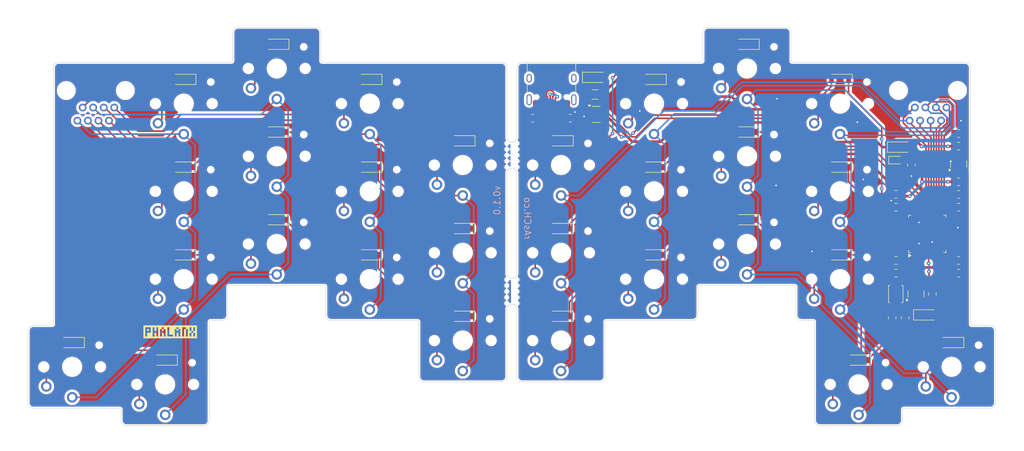
<source format=kicad_pcb>
(kicad_pcb (version 20240108) (generator "pcbnew") (generator_version "8.0")
  (title_block (title "Phalanx Keyboard") (date "2023-12-24") (rev "0.1.0") (company "rasch.co"))
  (layers (0 "F.Cu" signal) (31 "B.Cu" signal) (34 "B.Paste" user) (35 "F.Paste" user) (36 "B.SilkS" user "B.Silkscreen") (37 "F.SilkS" user "F.Silkscreen") (38 "B.Mask" user) (39 "F.Mask" user) (44 "Edge.Cuts" user))
  (net 0 "")
  (net 1 "GND")
  (net 2 "+3.3V")
  (net 3 "+5V")
  (net 4 "NRST")
  (net 5 "BOOT0")
  (net 6 "/row0")
  (net 7 "Net-(D0_1-A)")
  (net 8 "Net-(D0_2-A)")
  (net 9 "Net-(D0_3-A)")
  (net 10 "/row1")
  (net 11 "/row2")
  (net 12 "/row3")
  (net 13 "/row4")
  (net 14 "Net-(D1_1-A)")
  (net 15 "Net-(D1_2-A)")
  (net 16 "Net-(D1_3-A)")
  (net 17 "Net-(D4_1-A)")
  (net 18 "Net-(D4_2-A)")
  (net 19 "Net-(D4_3-A)")
  (net 20 "/row5")
  (net 21 "Net-(D2_1-A)")
  (net 22 "Net-(D2_2-A)")
  (net 23 "Net-(D2_3-A)")
  (net 24 "Net-(D5_1-A)")
  (net 25 "Net-(D5_2-A)")
  (net 26 "Net-(D5_3-A)")
  (net 27 "/row6")
  (net 28 "Net-(D3_2-A)")
  (net 29 "Net-(D6_1-A)")
  (net 30 "Net-(D6_2-A)")
  (net 31 "VCC")
  (net 32 "Net-(J1-CC1)")
  (net 33 "/USB_D+")
  (net 34 "/USB_D-")
  (net 36 "Net-(J1-CC2)")
  (net 39 "/col0")
  (net 40 "/col1")
  (net 41 "/col2")
  (net 42 "/col3")
  (net 43 "/row4R")
  (net 44 "/row5R")
  (net 45 "/row6R")
  (net 46 "/row7R")
  (net 53 "Net-(D6_3-A)")
  (net 54 "/row7")
  (net 56 "Net-(D7_1-A)")
  (net 57 "/col2R")
  (net 58 "/col3R")
  (net 59 "/col1R")
  (net 60 "/col0R")
  (net 75 "Net-(D4-K)")
  (net 78 "Net-(D3-A)")
  (net 79 "Net-(D0_0-A)")
  (net 80 "Net-(D1_0-A)")
  (net 81 "Net-(D2_0-A)")
  (net 82 "Net-(D3_3-A)")
  (net 83 "Net-(D4_0-A)")
  (net 84 "Net-(D5_0-A)")
  (net 85 "Net-(D6_0-A)")
  (net 86 "Net-(D7_0-A)")
  (footprint "library:Choc_PG1350_Choc_Spacing" (layer "F.Cu") (at 176.0996 96.7)
    (property "Reference" "K2_1" (hide yes))
    (property "Value" "SW_KEY" (hide yes))
  )
  (footprint "library:MountingHole_0.5mm" (layer "F.Cu") (at 147.59 99.1)
    (property "Reference" "H13" (hide yes))
    (property "Value" "MountingHole" (hide yes))
  )
  (footprint "Button_Switch_SMD:SW_SPST_B3U-1000P" (layer "F.Cu") (at 222.8896 99.59 -90)
    (property "Reference" "SW1" (hide yes))
    (property "Value" "B3U-1000P")
  )
  (footprint "Diode_SMD:D_SOD-123" (layer "F.Cu") (at 212.0996 58 180)
    (property "Reference" "D0_3" (hide yes))
    (property "Value" "1N4148W")
  )
  (footprint "Capacitor_SMD:C_0805_2012Metric" (layer "F.Cu") (at 235.05 82.77)
    (property "Reference" "C5" (hide yes))
    (property "Value" "100n")
  )
  (footprint "Resistor_SMD:R_0805_2012Metric" (layer "F.Cu") (at 159.8896 65.54)
    (property "Reference" "R1" (hide yes))
    (property "Value" "5k1")
  )
  (footprint "library:MountingHole_0.5mm" (layer "F.Cu") (at 149.59 99.1)
    (property "Reference" "H18" (hide yes))
    (property "Value" "MountingHole" (hide yes))
  )
  (footprint "library:MountingHole_0.5mm" (layer "F.Cu") (at 149.5997 70.4)
    (property "Reference" "H6" (hide yes))
    (property "Value" "MountingHole" (hide yes))
  )
  (footprint "library:Choc_PG1350_Choc_Spacing" (layer "F.Cu") (at 176.0996 62.7)
    (property "Reference" "K0_1" (hide yes))
    (property "Value" "SW_KEY" (hide yes))
  )
  (footprint "library:Choc_PG1350_Choc_Spacing" (layer "F.Cu") (at 139.08 74.6)
    (property "Reference" "K4_3" (hide yes))
    (property "Value" "SW_KEY" (hide yes))
  )
  (footprint "library:MountingHole_0.5mm" (layer "F.Cu") (at 149.59 101.4)
    (property "Reference" "H20" (hide yes))
    (property "Value" "MountingHole" (hide yes))
  )
  (footprint "Capacitor_SMD:C_0805_2012Metric" (layer "F.Cu") (at 222.9396 93.09)
    (property "Reference" "C6" (hide yes))
    (property "Value" "100n")
  )
  (footprint "Diode_SMD:D_SOD-123" (layer "F.Cu") (at 103.08 85.2 180)
    (property "Reference" "D6_1" (hide yes))
    (property "Value" "1N4148W")
  )
  (footprint "Diode_SMD:D_SOD-123" (layer "F.Cu") (at 158.0996 103.9 180)
    (property "Reference" "D2_0" (hide yes))
    (property "Value" "1N4148W")
  )
  (footprint "Diode_SMD:D_SOD-123" (layer "F.Cu") (at 103.08 68.2 180)
    (property "Reference" "D5_1" (hide yes))
    (property "Value" "1N4148W")
  )
  (footprint "library:RJ45" (layer "F.Cu") (at 232.695 63.45 180)
    (property "Reference" "J2" (hide yes))
    (property "Value" "8P8C")
  )
  (footprint "Capacitor_SMD:C_0805_2012Metric" (layer "F.Cu") (at 224.7171 104.19 90)
    (property "Reference" "C3" (hide yes))
    (property "Value" "10u")
  )
  (footprint "library:Choc_PG1350_Choc_Spacing" (layer "F.Cu") (at 103.08 72.9)
    (property "Reference" "K5_1" (hide yes))
    (property "Value" "SW_KEY" (hide yes))
  )
  (footprint "library:MountingHole_0.5mm" (layer "F.Cu") (at 149.6 73.85)
    (property "Reference" "H9" (hide yes))
    (property "Value" "MountingHole" (hide yes))
  )
  (footprint "Diode_SMD:D_SOD-123" (layer "F.Cu") (at 176.0996 58 180)
    (property "Reference" "D0_1" (hide yes))
    (property "Value" "1N4148W")
  )
  (footprint "Diode_SMD:D_SOD-123" (layer "F.Cu") (at 212.0996 92 180)
    (property "Reference" "D2_3" (hide yes))
    (property "Value" "1N4148W")
  )
  (footprint "Diode_SMD:D_SOD-123" (layer "F.Cu") (at 85.08 75 180)
    (property "Reference" "D5_0" (hide yes))
    (property "Value" "1N4148W")
  )
  (footprint "Package_TO_SOT_SMD:SOT-23" (layer "F.Cu") (at 235.05 74.396 90)
    (property "Reference" "U1" (hide yes))
    (property "Value" "MCP1700T-3302E/TT")
  )
  (footprint "Diode_SMD:D_SOD-123" (layer "F.Cu") (at 212.0996 75 180)
    (property "Reference" "D1_3" (hide yes))
    (property "Value" "1N4148W")
  )
  (footprint "Diode_SMD:D_SOD-123" (layer "F.Cu") (at 158.0996 69.9 180)
    (property "Reference" "D0_0" (hide yes))
    (property "Value" "1N4148W")
  )
  (footprint "Diode_SMD:D_SOD-123" (layer "F.Cu") (at 63.48 109 180)
    (property "Reference" "D7_0" (hide yes))
    (property "Value" "1N4148W")
  )
  (footprint "Diode_SMD:D_SOD-123" (layer "F.Cu") (at 176.0996 75 180)
    (property "Reference" "D1_1" (hide yes))
    (property "Value" "1N4148W")
  )
  (footprint "library:Choc_PG1350_Choc_Spacing" (layer "F.Cu") (at 212.0996 62.7)
    (property "Reference" "K0_3" (hide yes))
    (property "Value" "SW_KEY" (hide yes))
  )
  (footprint "library:PixelArtPhalanxLogo" (layer "F.Cu") (at 82.45 106.92)
    (property "Reference" "G***" (hide yes))
    (property "Value" "LOGO" (hide yes))
  )
  (footprint "Diode_SMD:D_SOD-123" (layer "F.Cu") (at 81.48 112.4 180)
    (property "Reference" "D7_1" (hide yes))
    (property "Value" "1N4148W")
  )
  (footprint "library:Choc_PG1350_Choc_Spacing" (layer "F.Cu") (at 158.0996 74.6)
    (property "Reference" "K0_0" (hide yes))
    (property "Value" "SW_KEY" (hide yes))
  )
  (footprint "library:Choc_PG1350_Choc_Spacing" (layer "F.Cu") (at 176.0996 79.7)
    (property "Reference" "K1_1" (hide yes))
    (property "Value" "SW_KEY" (hide yes))
  )
  (footprint "library:Choc_PG1350_Choc_Spacing" (layer "F.Cu") (at 63.48 113.7)
    (property "Reference" "K7_0" (hide yes))
    (property "Value" "SW_KEY" (hide yes))
  )
  (footprint "Capacitor_SMD:C_0805_2012Metric" (layer "F.Cu") (at 235.05 93.09 180)
    (property "Reference" "C10" (hide yes))
    (property "Value" "10n")
  )
  (footprint "library:MountingHole_0.5mm" (layer "F.Cu") (at 147.599602 70.4)
    (property "Reference" "H1" (hide yes))
    (property "Value" "MountingHole" (hide yes))
  )
  (footprint "library:MountingHole_0.5mm" (layer "F.Cu") (at 149.59 97.95)
    (property "Reference" "H17" (hide yes))
    (property "Value" "MountingHole" (hide yes))
  )
  (footprint "Capacitor_SMD:C_0805_2012Metric" (layer "F.Cu") (at 235.05 77.834)
    (property "Reference" "C2" (hide yes))
    (property "Value" "1u")
  )
  (footprint "library:MountingHole_0.5mm" (layer "F.Cu") (at 147.59 100.25)
    (property "Reference" "H14" (hide yes))
    (property "Value" "MountingHole" (hide yes))
  )
  (footprint "library:Choc_PG1350_Choc_Spacing" (layer "F.Cu") (at 121.08 62.7)
    (property "Reference" "K4_2" (hide yes))
    (property "Value" "SW_KEY" (hide yes))
  )
  (footprint "Resistor_SMD:R_0805_2012Metric" (layer "F.Cu") (at 222.1896 104.21 -90)
    (property "Reference" "R6" (hide yes))
    (property "Value" "100k")
  )
  (footprint "library:Choc_PG1350_Choc_Spacing" (layer "F.Cu") (at 121.08 96.7)
    (property "Reference" "K6_2" (hide yes))
    (property "Value" "SW_KEY" (hide yes))
  )
  (footprint "Diode_SMD:D_SOD-123" (layer "F.Cu") (at 139.08 103.9 180)
    (property "Reference" "D6_3" (hide yes))
    (property "Value" "1N4148W")
  )
  (footprint "Diode_SMD:D_SOD-123" (layer "F.Cu") (at 121.08 58 180)
    (property "Reference" "D4_2" (hide yes))
    (property "Value" "1N4148W")
  )
  (footprint "Diode_SMD:D_SOD-123" (layer "F.Cu") (at 103.08 51.2 180)
    (property "Reference" "D4_1" (hide yes))
    (property "Value" "1N4148W")
  )
  (footprint "Diode_SMD:D_SOD-123" (layer "F.Cu") (at 233.6996 109 180)
    (property "Reference" "D3_3" (hide yes))
    (property "Value" "1N4148W")
  )
  (footprint "library:MountingHole_0.5mm" (layer "F.Cu") (at 147.6 71.55)
    (property "Reference" "H2" (hide yes))
    (property "Value" "MountingHole" (hide yes))
  )
  (footprint "Resistor_SMD:R_0805_2012Metric" (layer "F.Cu") (at 225.92 74.6 -90)
    (property "Reference" "R5")
    (property "Value" "1k")
  )
  (footprint "Capacitor_SMD:C_0805_2012Metric" (layer "F.Cu") (at 222.9396 95.55 180)
    (property "Reference" "C7" (hide yes))
    (property "Value" "4u7")
  )
  (footprint "library:Choc_PG1350_Choc_Spacing" (layer "F.Cu") (at 233.6996 113.7)
    (property "Reference" "K3_3" (hide yes))
    (property "Value" "SW_KEY" (hide yes))
  )
  (footprint "library:MountingHole_0.5mm" (layer "F.Cu") (at 147.6 72.7)
    (property "Reference" "H3" (hide yes))
    (property "Value" "MountingHole" (hide yes))
  )
  (footprint "library:Choc_PG1350_Choc_Spacing" (layer "F.Cu") (at 139.08 91.6)
    (property "Reference" "K5_3" (hide yes))
    (property "Value" "SW_KEY" (hide yes))
  )
  (footprint "library:MountingHole_0.5mm" (layer "F.Cu") (at 147.59 96.8)
    (property "Reference" "H11" (hide yes))
    (property "Value" "MountingHole" (hide yes))
  )
  (footprint "library:MountingHole_0.5mm" (layer "F.Cu") (at 149.6 75)
    (property "Reference" "H10" (hide yes))
    (property "Value" "MountingHole" (hide yes))
  )
  (footprint "library:USB_C_Receptacle_HRO_TYPE-C-31-M-12" (layer "F.Cu") (at 156.2496 58.82 180)
    (property "Reference" "J1" (hide yes))
    (property "Value" "TYPE-C-31-M-12")
  )
  (footprint "Diode_SMD:D_SOD-123" (layer "F.Cu") (at 139.08 69.9 180)
    (property "Reference" "D4_3" (hide yes))
    (property "Value" "1N4148W")
  )
  (footprint "Capacitor_SMD:C_0805_2012Metric" (layer "F.Cu") (at 229.9696 99.59 -90)
    (property "Reference" "C4" (hide yes))
    (property "Value" "4n7")
  )
  (footprint "library:Choc_PG1350_Choc_Spacing" (layer "F.Cu") (at 85.08 79.7)
    (property "Reference" "K5_0" (hide yes))
    (property "Value" "SW_KEY" (hide yes))
  )
  (footprint "LED_SMD:LED_0603_1608Metric" (layer "F.Cu") (at 223.01 73.65)
    (property "Reference" "D4")
    (property "Value" "LED")
  )
  (footprint "Diode_SMD:D_SOD-123" (layer "F.Cu") (at 121.08 75 180)
    (property "Reference" "D5_2" (hide yes))
    (property "Value" "1N4148W")
  )
  (footprint "Capacitor_SMD:C_0805_2012Metric" (layer "F.Cu") (at 235.05 95.55 180)
    (property "Reference" "C11" (hide yes))
    (property "Value" "1u")
  )
  (footprint "library:Choc_PG1350_Choc_Spacing" (layer "F.Cu") (at 121.08 79.7)
    (property "Reference" "K5_2" (hide yes))
    (property "Value" "SW_KEY" (hide yes))
  )
  (footprint "Diode_SMD:D_SOD-123" (layer "F.Cu") (at 194.0996 51.2 180)
    (property "Reference" "D0_2" (hide yes))
    (property "Value" "1N4148W")
  )
  (footprint "library:Choc_PG1350_Choc_Spacing" (layer "F.Cu") (at 85.08 62.7)
    (property "Reference" "K4_0" (hide yes))
    (property "Value" "SW_KEY" (hide yes))
  )
  (footprint "library:Choc_PG1350_Choc_Spacing" (layer "F.Cu") (at 139.08 108.6)
    (property "Reference" "K6_3" (hide yes))
    (property "Value" "SW_KEY" (hide yes))
  )
  (footprint "library:Choc_PG1350_Choc_Spacing" (layer "F.Cu") (at 215.6996 117.1)
    (property "Reference" "K3_2" (hide yes))
    (property "Value" "SW_KEY" (hide yes))
  )
  (footprint "library:RJ45" (layer "F.Cu") (at 71.625 63.46 180)
    (property "Reference" "J3" (hide yes))
    (property "Value" "8P8C")
  )
  (footprint "Diode_SMD:D_SOD-123" (layer "F.Cu") (at 194.0996 68.2 180)
    (property "Reference" "D1_2" (hide yes))
    (property "Value" "1N4148W")
  )
  (footprint "Diode_SMD:D_SOD-123" (layer "F.Cu") (at 85.08 92 180)
    (property "Reference" "D6_0" (hide yes))
    (property "Value" "1N4148W")
  )
  (footprint "Diode_SMD:D_SOD-123" (layer "F.Cu") (at 158.0996 86.9 180)
    (property "Reference" "D1_0" (hide yes))
    (property "Value" "1N4148W")
  )
  (footprint "Package_TO_SOT_SMD:SOT-23-6" (layer "F.Cu") (at 164.8971 64.79)
    (property "Reference" "U2" (hide yes))
    (property "Value" "SRV05-4")
  )
  (footprint "library:MountingHole_0.5mm" (layer "F.Cu") (at 147.6 73.85)
    (property "Reference" "H4" (hide yes))
    (property "Value" "MountingHole" (hide yes))
  )
  (footprint "library:Choc_PG1350_Choc_Spacing" (layer "F.Cu") (at 194.0996 72.9)
    (property "Reference" "K1_2" (hide yes))
    (property "Value" "SW_KEY" (hide yes))
  )
  (footprint "library:Choc_PG1350_Choc_Spacing" (layer "F.Cu") (at 212.0996 96.7)
    (property "Reference" "K2_3" (hide yes))
    (property "Value" "SW_KEY" (hide yes))
  )
  (footprint "Fuse:Fuse_1206_3216Metric" (layer "F.Cu") (at 164.6671 60.925)
    (property "Reference" "F1" (hide yes))
    (property "Value" "500mA")
  )
  (footprint "library:MountingHole_0.5mm" (layer "F.Cu") (at 147.6 75)
    (property "Reference" "H5" (hide yes))
    (property "Value" "MountingHole" (hide yes))
  )
  (footprint "library:PixelArtSkull" (layer "F.Cu") (at 139.93 60.303104)
    (property "Reference" "G***" (hide yes))
    (property "Value" "LOGO" (hide yes))
  )
  (footprint "Diode_SMD:D_SOD-123" (layer "F.Cu") (at 176.0996 92 180)
    (property "Reference" "D2_1" (hide yes))
    (property "Value" "1N4148W")
  )
  (footprint "library:Choc_PG1350_Choc_Spacing" (layer "F.Cu") (at 85.08 96.7)
    (property "Reference" "K6_0" (hide yes))
    (property "Value" "SW_KEY" (hide yes))
  )
  (footprint "library:Choc_PG1350_Choc_Spacing" (layer "F.Cu") (at 103.08 89.9)
    (property "Reference" "K6_1" (hide yes))
    (property "Value" "SW_KEY" (hide yes))
  )
  (footprint "library:MountingHole_0.5mm" (layer "F.Cu") (at 147.59 97.95)
    (property "Reference" "H12" (hide yes))
    (property "Value" "MountingHole" (hide yes))
  )
  (footprint "Diode_SMD:D_SOD-123" (layer "F.Cu") (at 223.6346 71.128)
    (property "Reference" "D2" (hide yes))
    (property "Value" "RB060M-30TR")
  )
  (footprint "library:MountingHole_0.5mm" (layer "F.Cu") (at 149.6 72.7)
    (property "Reference" "H8" (hide yes))
    (property "Value" "MountingHole" (hide yes))
  )
  (footprint "library:Choc_PG1350_Choc_Spacing" (layer "F.Cu") (at 212.0996 79.7)
    (property "Reference" "K1_3" (hide yes))
    (property "Value" "SW_KEY" (hide yes))
  )
  (footprint "Capacitor_SMD:C_0805_2012Metric" (layer "F.Cu") (at 222.9396 82.77)
    (property "Reference" "C8" (hide yes))
    (property "Value" "100n")
  )
  (footprint "Diode_SMD:D_SOD-123" (layer "F.Cu") (at 164.5971 57.61)
    (property "Reference" "D1" (hide yes))
    (property "Value" "SMF9.0CA")
  )
  (footprint "library:MountingHole_0.5mm" (layer "F.Cu") (at 149.59 96.8)
    (property "Reference" "H16" (hide yes))
    (property "Value" "MountingHole" (hide yes))
  )
  (footprint "library:MountingHole_0.5mm" (layer "F.Cu") (at 149.6 71.55)
    (property "Reference" "H7" (hide yes))
    (property "Value" "MountingHole" (hide yes))
  )
  (footprint "Diode_SMD:D_SOD-123" (layer "F.Cu") (at 194.0996 85.2 180)
    (property "Reference" "D2_2" (hide yes))
    (property "Value" "1N4148W")
  )
  (footprint "Diode_SMD:D_SOD-123" (layer "F.Cu") (at 228.6896 103.64)
    (property "Reference" "D3" (hide yes))
    (property "Value" "1N4148W")
  )
  (footprint "Capacitor_SMD:C_0805_2012Metric" (layer "F.Cu") (at 222.9396 80.272)
    (property "Reference" "C9" (hide yes))
    (property "Value" "4u7")
  )
  (footprint "library:Choc_PG1350_Choc_Spacing" (layer "F.Cu") (at 103.08 55.9)
    (property "Reference" "K4_1" (hide yes))
    (property "Value" "SW_KEY" (hide yes))
  )
  (footprint "library:Choc_PG1350_Choc_Spacing" (layer "F.Cu") (at 158.0996 91.6)
    (property "Reference" "K1_0" (hide yes))
    (property "Value" "SW_KEY" (hide yes))
  )
  (footprint "Resistor_SMD:R_0805_2012Metric" (layer "F.Cu") (at 235.07 68.49)
    (property "Reference" "R3" (hide yes))
    (property "Value" "100k")
  )
  (footprint "Package_TO_SOT_SMD:SOT-23" (layer "F.Cu") (at 226.7896 99.59 90)
    (property "Reference" "Q1" (hide yes))
    (property "Value" "PDTC123JT,215")
  )
  (footprint "Resistor_SMD:R_0805_2012Metric" (layer "F.Cu") (at 152.6096 65.54)
    (property "Reference" "R2" (hide yes))
    (property "Value" "5k1")
  )
  (footprint "library:Choc_PG1350_Choc_Spacing" (layer "F.Cu") (at 81.48 117.1)
    (property "Reference" "K7_1" (hide yes))
    (property "Value" "SW_KEY" (hide yes))
  )
  (footprint "Diode_SMD:D_SOD-123" (layer "F.Cu") (at 85.08 58 180)
    (property "Reference" "D4_0" (hide yes))
    (property "Value" "1N4148W")
  )
  (footprint "Resistor_SMD:R_0805_2012Metric" (layer "F.Cu") (at 235.07 80.302)
    (property "Reference" "R4" (hide yes))
    (property "Value" "100k")
  )
  (footprint "library:Choc_PG1350_Choc_Spacing" (layer "F.Cu") (at 158.0996 108.6)
    (property "Reference" "K2_0" (hide yes))
    (property "Value" "SW_KEY" (hide yes))
  )
  (footprint "library:MountingHole_0.5mm" (layer "F.Cu") (at 147.59 101.4)
    (property "Reference" "H15" (hide yes))
    (property "Value" "MountingHole" (hide yes))
  )
  (footprint "library:MountingHole_0.5mm" (layer "F.Cu") (at 149.59 100.25)
    (property "Reference" "H19" (hide yes))
    (property "Value" "MountingHole" (hide yes))
  )
  (footprint "Package_QFP:LQFP-48_7x7mm_P0.5mm" (layer "F.Cu") (at 228.9948 87.93 90)
    (property "Reference" "U3" (hide yes))
    (property "Value" "STM32F072CBT6")
  )
  (footprint "Diode_SMD:D_SOD-123" (layer "F.Cu") (at 139.08 86.9 180)
    (property "Reference" "D5_3" (hide yes))
    (property "Value" "1N4148W")
  )
  (footprint "Diode_SMD:D_SOD-123" (layer "F.Cu") (at 121.08 92 180)
    (property "Reference" "D6_2" (hide yes))
    (property "Value" "1N4148W")
  )
  (footprint "Capacitor_SMD:C_0805_2012Metric" (layer "F.Cu") (at 235.05 70.958)
    (property "Reference" "C1" (hide yes))
    (property "Value" "1u")
  )
  (footprint "library:Choc_PG1350_Choc_Spacing" (layer "F.Cu") (at 194.0996 55.9)
    (property "Reference" "K0_2" (hide yes))
    (property "Value" "SW_KEY" (hide yes))
  )
  (footprint "Diode_SMD:D_SOD-123" (layer "F.Cu") (at 215.6996 112.4 180)
    (property "Reference" "D3_2" (hide yes))
    (property "Value" "1N4148W")
  )
  (footprint "library:Choc_PG1350_Choc_Spacing" (layer "F.Cu") (at 194.0996 89.9)
    (property "Reference" "K2_2" (hide yes))
    (property "Value" "SW_KEY" (hide yes))
  )
  (gr_arc (start 185.58 54.45) (mid 185.506777 54.626777) (end 185.33 54.7) (stroke (width 0.1)) (layer "Edge.Cuts"))
  (gr_line (start 185.58 48.9) (end 185.58 54.45) (stroke (width 0.1)) (layer "Edge.Cuts"))
  (gr_arc (start 150.58 116.6) (mid 149.872893 116.307107) (end 149.58 115.6) (stroke (width 0.1)) (layer "Edge.Cuts"))
  (gr_line (start 208.18 125.1) (end 223.18 125.1) (stroke (width 0.1)) (layer "Edge.Cuts"))
  (gr_arc (start 236.2996 54.7) (mid 237.006707 54.992893) (end 237.2996 55.7) (stroke (width 0.1)) (layer "Edge.Cuts"))
  (gr_arc (start 148.58 70.2) (mid 147.872893 69.907107) (end 147.58 69.2) (stroke (width 0.1)) (layer "Edge.Cuts"))
  (gr_arc (start 89.98 104.95) (mid 90.053223 104.773223) (end 90.23 104.7) (stroke (width 0.1)) (layer "Edge.Cuts"))
  (gr_line (start 93.58 98.15) (end 93.58 103.7) (stroke (width 0.1)) (layer "Edge.Cuts"))
  (gr_arc (start 147.58 102.6) (mid 147.872893 101.892893) (end 148.58 101.6) (stroke (width 0.1)) (layer "Edge.Cuts"))
  (gr_arc (start 242.1796 120.7) (mid 241.886707 121.407107) (end 241.1796 121.7) (stroke (width 0.1)) (layer "Edge.Cuts"))
  (gr_arc (start 206.93 104.7) (mid 207.106777 104.773223) (end 207.18 104.95) (stroke (width 0.1)) (layer "Edge.Cuts"))
  (gr_line (start 60.88 54.7) (end 94.33 54.7) (stroke (width 0.1)) (layer "Edge.Cuts"))
  (gr_arc (start 201.58 47.9) (mid 202.287107 48.192893) (end 202.58 48.9) (stroke (width 0.1)) (layer "Edge.Cuts"))
  (gr_line (start 149.58 76.2) (end 149.58 95.6) (stroke (width 0.1)) (layer "Edge.Cuts"))
  (gr_arc (start 149.58 95.6) (mid 149.287107 96.307107) (end 148.58 96.6) (stroke (width 0.1)) (layer "Edge.Cuts"))
  (gr_line (start 207.18 104.95) (end 207.18 124.1) (stroke (width 0.1)) (layer "Edge.Cuts"))
  (gr_arc (start 184.58 103.7) (mid 184.287107 104.407107) (end 183.58 104.7) (stroke (width 0.1)) (layer "Edge.Cuts"))
  (gr_arc (start 111.83 54.7) (mid 111.653223 54.626777) (end 111.58 54.45) (stroke (width 0.1)) (layer "Edge.Cuts"))
  (gr_arc (start 59.88 105.45) (mid 59.806777 105.626777) (end 59.63 105.7) (stroke (width 0.1)) (layer "Edge.Cuts"))
  (gr_line (start 59.63 105.7) (end 55.98 105.7) (stroke (width 0.1)) (layer "Edge.Cuts"))
  (gr_arc (start 149.58 55.7) (mid 149.872893 54.992893) (end 150.58 54.7) (stroke (width 0.1)) (layer "Edge.Cuts"))
  (gr_line (start 185.33 54.7) (end 150.58 54.7) (stroke (width 0.1)) (layer "Edge.Cuts"))
  (gr_line (start 242.1796 120.7) (end 242.1796 106.7) (stroke (width 0.1)) (layer "Edge.Cuts"))
  (gr_arc (start 146.58 54.7) (mid 147.287107 54.992893) (end 147.58 55.7) (stroke (width 0.1)) (layer "Edge.Cuts"))
  (gr_line (start 147.58 76.2) (end 147.58 95.6) (stroke (width 0.1)) (layer "Edge.Cuts"))
  (gr_arc (start 166.58 104.95) (mid 166.653223 104.773223) (end 166.83 104.7) (stroke (width 0.1)) (layer "Edge.Cuts"))
  (gr_arc (start 93.58 98.15) (mid 93.653223 97.973223) (end 93.83 97.9) (stroke (width 0.1)) (layer "Edge.Cuts"))
  (gr_line (start 90.23 104.7) (end 92.58 104.7) (stroke (width 0.1)) (layer "Edge.Cuts"))
  (gr_arc (start 203.33 97.9) (mid 203.506777 97.973223) (end 203.58 98.15) (stroke (width 0.1)) (layer "Edge.Cuts"))
  (gr_arc (start 110.58 47.9) (mid 111.287107 48.192893) (end 111.58 48.9) (stroke (width 0.1)) (layer "Edge.Cuts"))
  (gr_arc (start 130.33 104.7) (mid 130.506777 104.773223) (end 130.58 104.95) (stroke (width 0.1)) (layer "Edge.Cuts"))
  (gr_arc (start 93.58 103.7) (mid 93.287107 104.407107) (end 92.58 104.7) (stroke (width 0.1)) (layer "Edge.Cuts"))
  (gr_line (start 95.58 47.9) (end 110.58 47.9) (stroke (width 0.1)) (layer "Edge.Cuts"))
  (gr_arc (start 204.58 104.7) (mid 203.872893 104.407107) (end 203.58 103.7) (stroke (width 0.1)) (layer "Edge.Cuts"))
  (gr_arc (start 185.58 48.9) (mid 185.872893 48.192893) (end 186.58 47.9) (stroke (width 0.1)) (layer "Edge.Cuts"))
  (gr_arc (start 149.58 69.2) (mid 149.287107 69.907107) (end 148.58 70.2) (stroke (width 0.1)) (layer "Edge.Cuts"))
  (gr_line (start 201.58 47.9) (end 186.58 47.9) (stroke (width 0.1)) (layer "Edge.Cuts"))
  (gr_arc (start 72.73 121.7) (mid 72.906777 121.773223) (end 72.98 121.95) (stroke (width 0.1)) (layer "Edge.Cuts"))
  (gr_arc (start 59.88 55.7) (mid 60.172893 54.992893) (end 60.88 54.7) (stroke (width 0.1)) (layer "Edge.Cuts"))
  (gr_arc (start 202.83 54.7) (mid 202.653223 54.626777) (end 202.58 54.45) (stroke (width 0.1)) (layer "Edge.Cuts"))
  (gr_line (start 130.58 115.6) (end 130.58 104.95) (stroke (width 0.1)) (layer "Edge.Cuts"))
  (gr_arc (start 208.18 125.1) (mid 207.472893 124.807107) (end 207.18 124.1) (stroke (width 0.1)) (layer "Edge.Cuts"))
  (gr_line (start 111.58 48.9) (end 111.58 54.45) (stroke (width 0.1)) (layer "Edge.Cuts"))
  (gr_arc (start 224.18 124.1) (mid 223.887107 124.807107) (end 223.18 125.1) (stroke (width 0.1)) (layer "Edge.Cuts"))
  (gr_line (start 54.98 120.7) (end 54.98 106.7) (stroke (width 0.1)) (layer "Edge.Cuts"))
  (gr_arc (start 166.58 115.6) (mid 166.287107 116.307107) (end 165.58 116.6) (stroke (width 0.1)) (layer "Edge.Cuts"))
  (gr_arc (start 112.33 97.9) (mid 112.506777 97.973223) (end 112.58 98.15) (stroke (width 0.1)) (layer "Edge.Cuts"))
  (gr_line (start 166.83 104.7) (end 183.58 104.7) (stroke (width 0.1)) (layer "Edge.Cuts"))
  (gr_line (start 147.58 102.6) (end 147.58 115.6) (stroke (width 0.1)) (layer "Edge.Cuts"))
  (gr_arc (start 113.58 104.7) (mid 112.872893 104.407107) (end 112.58 103.7) (stroke (width 0.1)) (layer "Edge.Cuts"))
  (gr_arc (start 94.58 54.45) (mid 94.506777 54.626777) (end 94.33 54.7) (stroke (width 0.1)) (layer "Edge.Cuts"))
  (gr_line (start 147.58 55.7) (end 147.58 69.2) (stroke (width 0.1)) (layer "Edge.Cuts"))
  (gr_arc (start 73.98 125.1) (mid 73.272893 124.807107) (end 72.98 124.1) (stroke (width 0.1)) (layer "Edge.Cuts"))
  (gr_line (start 59.88 55.7) (end 59.88 105.45) (stroke (width 0.1)) (layer "Edge.Cuts"))
  (gr_line (start 94.58 54.45) (end 94.58 48.9) (stroke (width 0.1)) (layer "Edge.Cuts"))
  (gr_line (start 224.43 121.7) (end 241.1796 121.7) (stroke (width 0.1)) (layer "Edge.Cuts"))
  (gr_arc (start 131.58 116.6) (mid 130.872893 116.307107) (end 130.58 115.6) (stroke (width 0.1)) (layer "Edge.Cuts"))
  (gr_arc (start 89.98 124.1) (mid 89.687107 124.807107) (end 88.98 125.1) (stroke (width 0.1)) (layer "Edge.Cuts"))
  (gr_line (start 146.58 116.6) (end 131.58 116.6) (stroke (width 0.1)) (layer "Edge.Cuts"))
  (gr_line (start 203.58 98.15) (end 203.58 103.7) (stroke (width 0.1)) (layer "Edge.Cuts"))
  (gr_line (start 112.33 97.9) (end 93.83 97.9) (stroke (width 0.1)) (layer "Edge.Cuts"))
  (gr_line (start 72.98 124.1) (end 72.98 121.95) (stroke (width 0.1)) (layer "Edge.Cuts"))
  (gr_line (start 112.58 103.7) (end 112.58 98.15) (stroke (width 0.1)) (layer "Edge.Cuts"))
  (gr_line (start 149.58 102.6) (end 149.58 115.6) (stroke (width 0.1)) (layer "Edge.Cuts"))
  (gr_arc (start 147.58 76.2) (mid 147.872893 75.492893) (end 148.58 75.2) (stroke (width 0.1)) (layer "Edge.Cuts"))
  (gr_arc (start 147.58 115.6) (mid 147.287107 116.307107) (end 146.58 116.6) (stroke (width 0.1)) (layer "Edge.Cuts"))
  (gr_line (start 184.58 103.7) (end 184.58 98.15) (stroke (width 0.1)) (layer "Edge.Cuts"))
  (gr_line (start 206.93 104.7) (end 204.58 104.7) (stroke (width 0.1)) (layer "Edge.Cuts"))
  (gr_arc (start 237.5496 105.7) (mid 237.372823 105.626777) (end 237.2996 105.45) (stroke (width 0.1)) (layer "Edge.Cuts"))
  (gr_line (start 202.58 54.45) (end 202.58 48.9) (stroke (width 0.1)) (layer "Edge.Cuts"))
  (gr_arc (start 148.58 75.2) (mid 149.287107 75.492893) (end 149.58 76.2) (stroke (width 0.1)) (layer "Edge.Cuts"))
  (gr_line (start 166.58 115.6) (end 166.58 104.95) (stroke (width 0.1)) (layer "Edge.Cuts"))
  (gr_line (start 237.5496 105.7) (end 241.1796 105.7) (stroke (width 0.1)) (layer "Edge.Cuts"))
  (gr_line (start 236.2996 54.7) (end 202.83 54.7) (stroke (width 0.1)) (layer "Edge.Cuts"))
  (gr_arc (start 55.98 121.7) (mid 55.272893 121.407107) (end 54.98 120.7) (stroke (width 0.1)) (layer "Edge.Cuts"))
  (gr_arc (start 224.18 121.95) (mid 224.253223 121.773223) (end 224.43 121.7) (stroke (width 0.1)) (layer "Edge.Cuts"))
  (gr_line (start 150.58 116.6) (end 165.58 116.6) (stroke (width 0.1)) (layer "Edge.Cuts"))
  (gr_arc (start 148.58 101.6) (mid 149.287107 101.892893) (end 149.58 102.6) (stroke (width 0.1)) (layer "Edge.Cuts"))
  (gr_arc (start 148.58 96.6) (mid 147.872893 96.307107) (end 147.58 95.6) (stroke (width 0.1)) (layer "Edge.Cuts"))
  (gr_line (start 224.18 124.1) (end 224.18 121.95) (stroke (width 0.1)) (layer "Edge.Cuts"))
  (gr_line (start 111.83 54.7) (end 146.58 54.7) (stroke (width 0.1)) (layer "Edge.Cuts"))
  (gr_line (start 184.83 97.9) (end 203.33 97.9) (stroke (width 0.1)) (layer "Edge.Cuts"))
  (gr_line (start 72.73 121.7) (end 55.98 121.7) (stroke (width 0.1)) (layer "Edge.Cuts"))
  (gr_line (start 88.98 125.1) (end 73.98 125.1) (stroke (width 0.1)) (layer "Edge.Cuts"))
  (gr_line (start 130.33 104.7) (end 113.58 104.7) (stroke (width 0.1)) (layer "Edge.Cuts"))
  (gr_arc (start 54.98 106.7) (mid 55.272893 105.992893) (end 55.98 105.7) (stroke (width 0.1)) (layer "Edge.Cuts"))
  (gr_line (start 89.98 104.95) (end 89.98 124.1) (stroke (width 0.1)) (layer "Edge.Cuts"))
  (gr_line (start 237.2996 55.7) (end 237.2996 105.45) (stroke (width 0.1)) (layer "Edge.Cuts"))
  (gr_arc (start 184.58 98.15) (mid 184.653223 97.973223) (end 184.83 97.9) (stroke (width 0.1)) (layer "Edge.Cuts"))
  (gr_line (start 149.58 55.7) (end 149.58 69.2) (stroke (width 0.1)) (layer "Edge.Cuts"))
  (gr_arc (start 94.58 48.9) (mid 94.872893 48.192893) (end 95.58 47.9) (stroke (width 0.1)) (layer "Edge.Cuts"))
  (gr_arc (start 241.1796 105.7) (mid 241.886707 105.992893) (end 242.1796 106.7) (stroke (width 0.1)) (layer "Edge.Cuts"))
  (gr_text "rAsCH.co" (at 150.88 89.13 -90) (layer "B.SilkS") (effects (font (size 1.25 1.25) (thickness 0.153)) (justify left bottom mirror)))
  (gr_text "v0.1.0" (at 146.44 78.5 90) (layer "B.SilkS") (effects (font (size 1.25 1.25) (thickness 0.153)) (justify left bottom mirror)))
  (segment (start 160.7996 64.33) (end 160.1796 64.33) (width 0.5) (layer "F.Cu") (net 1))
  (segment (start 223.32 90.18) (end 221.9896 91.5104) (width 0.3) (layer "F.Cu") (net 1))
  (segment (start 152.9996 62.865) (end 152.9996 64.2375) (width 0.5) (layer "F.Cu") (net 1))
  (segment (start 229.7448 89.7052) (end 229.7448 92.0925) (width 0.3) (layer "F.Cu") (net 1))
  (segment (start 226.7448 83.7675) (end 226.7448 85.0948) (width 0.3) (layer "F.Cu") (net 1))
  (segment (start 234.1 74.45) (end 233.53 73.88) (width 0.5) (layer "F.Cu") (net 1))
  (segment (start 224.8323 90.18) (end 223.32 90.18) (width 0.3) (layer "F.Cu") (net 1))
  (segment (start 227.7521 100.54) (end 227.7396 100.5275) (width 0.5) (layer "F.Cu") (net 1))
  (segment (start 160.7996 65.5375) (end 160.8021 65.54) (width 0.5) (layer "F.Cu") (net 1))
  (segment (start 234.1 75.3335) (end 234.1 74.45) (width 0.5) (layer "F.Cu") (net 1))
  (segment (start 235.9825 70.9405) (end 236 70.958) (width 0.5) (layer "F.Cu") (net 1))
  (segment (start 221.9896 93.09) (end 221.9896 95.55) (width 0.5) (layer "F.Cu") (net 1))
  (segment (start 152.9996 64.2375) (end 151.6971 65.54) (width 0.5) (layer "F.Cu") (net 1))
  (segment (start 229.94 89.51) (end 229.7448 89.7052) (width 0.3) (layer "F.Cu") (net 1))
  (segment (start 233.1573 85.68) (end 233.99792 85.68) (width 0.3) (layer "F.Cu") (net 1))
  (segment (start 236 80.2845) (end 235.9825 80.302) (width 0.5) (layer "F.Cu") (net 1))
  (segment (start 224.6596 105.0825) (end 224.7171 105.14) (width 0.5) (layer "F.Cu") (net 1))
  (segment (start 222.1896 105.0825) (end 224.6596 105.0825) (width 0.5) (layer "F.Cu") (net 1))
  (segment (start 233.99792 85.68) (end 234.9096 86.59168) (width 0.3) (layer "F.Cu") (net 1))
  (segment (start 162.9391 64.79) (end 162.5591 65.17) (width 0.5) (layer "F.Cu") (net 1))
  (segment (start 159.4996 63.65) (end 159.4996 62.865) (width 0.5) (layer "F.Cu") (net 1))
  (segment (start 221.9896 91.5104) (end 221.9896 93.09) (width 0.3) (layer "F.Cu") (net 1))
  (segment (start 229.9696 100.54) (end 227.7521 100.54) (width 0.5) (layer "F.Cu") (net 1))
  (segment (start 234.9096 86.59168) (end 234.9096 86.72) (width 0.3) (layer "F.Cu") (net 1))
  (segment (start 160.1796 64.33) (end 159.4996 63.65) (width 0.5) (layer "F.Cu") (net 1))
  (segment (start 226.7448 85.0948) (end 227.37 85.72) (width 0.3) (layer "F.Cu") (net 1))
  (segment (start 235.9825 82.7525) (end 236 82.77) (width 0.5) (layer "F.Cu") (net 1))
  (segment (start 235.9825 66.4725) (end 235.9825 68.49) (width 0.5) (layer "F.Cu") (net 1))
  (segment (start 227 90.18) (end 224.8323 90.18) (width 0.3) (layer "F.Cu") (net 1))
  (segment (start 163.7596 64.79) (end 162.9391 64.79) (width 0.5) (layer "F.Cu") (net 1))
  (segment (start 160.7996 64.33) (end 160.7996 65.5375) (width 0.5) (layer "F.Cu") (net 1))
  (segment (start 235.9825 68.49) (end 235.9825 70.9405) (width 0.5) (layer "F.Cu") (net 1))
  (segment (start 235.51 66) (end 235.9825 66.4725) (width 0.5) (layer "F.Cu") (net 1))
  (segment (start 227.37 89.81) (end 227 90.18) (width 0.3) (layer "F.Cu") (net 1))
  (via (at 234.9096 86.72) (size 0.7) (drill 0.3) (layers "F.Cu" "B.Cu") (net 1))
  (via (at 216.62 77.39) (size 0.7) (drill 0.3) (layers "F.Cu" "B.Cu") (net 1))
  (via (at 206.67 91.33) (size 0.7) (drill 0.3) (layers "F.Cu" "B.Cu") (net 1))
  (via (at 162.5591 65.17) (size 0.7) (drill 0.3) (layers "F.Cu" "B.Cu") (net 1))
  (via (at 199.9 61.75) (size 0.7) (drill 0.3) (layers "F.Cu" "B.Cu") (net 1))
  (via (at 233.53 73.88) (size 0.7) (drill 0.3) (layers "F.Cu" "B.Cu") (net 1))
  (via (at 222.01 81.48) (size 0.7) (drill 0.3) (layers "F.Cu" "B.Cu") (net 1))
  (via (at 199.72 78.55) (size 0.7) (drill 0.3) (layers "F.Cu" "B.Cu") (net 1))
  (via (at 173.33 64.12) (size 0.7) (drill 0.3) (layers "F.Cu" "B.Cu") (net 1))
  (via (at 227.37 89.81) (size 0.7) (drill 0.3) (layers "F.Cu" "B.Cu") (net 1))
  (via (at 215.44 66.29) (size 0.7) (drill 0.3) (layers "F.Cu" "B.Cu") (net 1))
  (via (at 229.94 89.51) (size 0.7) (drill 0.3) (layers "F.Cu" "B.Cu") (net 1))
  (via (at 235.51 66) (size 0.7) (drill 0.3) (layers "F.Cu" "B.Cu") (net 1))
  (via (at 227.37 85.72) (size 0.7) (drill 0.3) (layers "F.Cu" "B.Cu") (net 1))
  (via (at 160.7996 64.33) (size 0.7) (drill 0.3) (layers "F.Cu" "B.Cu") (net 1))
  (via (at 225.92 76.74) (size 0.7) (drill 0.3) (layers "F.Cu" "B.Cu") (net 1))
  (segment (start 223.8896 95.55) (end 223.8896 96.89) (width 0.5) (layer "F.Cu") (net 2))
  (segment (start 236 75.934) (end 234.1 77.834) (width 0.5) (layer "F.Cu") (net 2))
  (segment (start 225.2449 94.4453) (end 223.8896 93.09) (width 0.5) (layer "F.Cu") (net 2))
  (segment (start 200.3189 68.3089) (end 204.47 72.46) (width 0.5) (layer "F.Cu") (net 2))
  (segment (start 223.7975 73.65) (end 223.7975 72.6151) (width 0.5) (layer "F.Cu") (net 2))
  (segment (start 177.364 70.066) (end 181.08 66.35) (width 0.5) (layer "F.Cu") (net 2))
  (segment (start 223.7975 72.6151) (end 225.2846 71.128) (width 0.5) (layer "F.Cu") (net 2))
  (segment (start 225.92 94.4453) (end 225.2449 94.4453) (width 0.5) (layer "F.Cu") (net 2))
  (segment (start 230.42 93.2153) (end 230.42 94.4453) (width 0.3) (layer "F.Cu") (net 2))
  (segment (start 227.98 77.85) (end 227.98 72.98) (width 0.5) (layer "F.Cu") (net 2))
  (segment (start 226.128 71.128) (end 225.2846 71.128) (width 0.5) (layer "F.Cu") (net 2))
  (segment (start 232.7447 94.4453) (end 230.42 94.4453) (width 0.5) (layer "F.Cu") (net 2))
  (segment (start 227.98 72.98) (end 226.128 71.128) (width 0.5) (layer "F.Cu") (net 2))
  (segment (start 235.7096 91.4804) (end 234.1 93.09) (width 0.5) (layer "F.Cu") (net 2))
  (segment (start 166.599784 64.79) (end 171.875784 70.066) (width 0.5) (layer "F.Cu") (net 2))
  (segment (start 223.8896 93.09) (end 223.8896 95.55) (width 0.5) (layer "F.Cu") (net 2))
  (segment (start 234.1575 80.302) (end 234.1575 82.7125) (width 0.5) (layer "F.Cu") (net 2))
  (segment (start 226 94.3653) (end 225.92 94.4453) (width 0.3) (layer "F.Cu") (net 2))
  (segment (start 171.875784 70.066) (end 177.364 70.066) (width 0.5) (layer "F.Cu") (net 2))
  (segment (start 224.242222 80.624622) (end 223.8896 80.272) (width 0.5) (layer "F.Cu") (net 2))
  (segment (start 216.0776 72.46) (end 223.8896 80.272) (width 0.5) (layer "F.Cu") (net 2))
  (segment (start 230.2448 93.0401) (end 230.42 93.2153) (width 0.3) (layer "F.Cu") (net 2))
  (segment (start 181.08 66.35) (end 198.382824 66.35) (width 0.5) (layer "F.Cu") (net 2))
  (segment (start 234.1575 82.7125) (end 234.1 82.77) (width 0.5) (layer "F.Cu") (net 2))
  (segment (start 234.1 84.1373) (end 235.7096 85.7469) (width 0.5) (layer "F.Cu") (net 2))
  (segment (start 226.2448 92.9652) (end 226 93.21) (width 0.3) (layer "F.Cu") (net 2))
  (segment (start 223.8896 80.272) (end 223.8896 82.77) (width 0.5) (layer "F.Cu") (net 2))
  (segment (start 204.47 72.46) (end 216.0776 72.46) (width 0.5) (layer "F.Cu") (net 2))
  (segment (start 226.2448 92.0925) (end 226.2448 92.9652) (width 0.3) (layer "F.Cu") (net 2))
  (segment (start 234.1 93.09) (end 232.7447 94.4453) (width 0.5) (layer "F.Cu") (net 2))
  (segment (start 235.7096 85.7469) (end 235.7096 91.4804) (width 0.5) (layer "F.Cu") (net 2))
  (segment (start 198.382824 66.35) (end 200.3189 68.286076) (width 0.5) (layer "F.Cu") (net 2))
  (segment (start 230.42 94.4453) (end 225.92 94.4453) (width 0.5) (layer "F.Cu") (net 2))
  (segment (start 223.8896 91.7227) (end 224.8323 90.78) (width 0.5) (layer "F.Cu") (net 2))
  (segment (start 236 75.3335) (end 236 75.934) (width 0.5) (layer "F.Cu") (net 2))
  (segment (start 166.0346 64.79) (end 166.599784 64.79) (width 0.5) (layer "F.Cu") (net 2))
  (segment (start 232.9943 77.85) (end 233.0103 77.834) (width 0.5) (layer "F.Cu") (net 2))
  (segment (start 223.8896 82.77) (end 224.8871 83.7675) (width 0.5) (layer "F.Cu") (net 2))
  (segment (start 225.585378 80.624622) (end 224.242222 80.624622) (width 0.5) (layer "F.Cu") (net 2))
  (segment (start 230.2448 92.0925) (end 230.2448 93.0401) (width 0.3) (layer "F.Cu") (net 2))
  (segment (start 226 93.21) (end 226 94.3653) (width 0.3) (layer "F.Cu") (net 2))
  (segment (start 234.1 93.09) (end 234.1 95.55) (width 0.5) (layer "F.Cu") (net 2))
  (segment (start 234.1 84.1373) (end 233.1573 85.08) (width 0.5) (layer "F.Cu") (net 2))
  (segment (start 234.1 77.834) (end 234.1 80.2445) (width 0.5) (layer "F.Cu") (net 2))
  (segment (start 234.1 80.2445) (end 234.1575 80.302) (width 0.5) (layer "F.Cu") (net 2))
  (segment (start 200.3189 68.286076) (end 200.3189 68.3089) (width 0.5) (layer "F.Cu") (net 2))
  (segment (start 233.0103 77.834) (end 234.1 77.834) (width 0.5) (layer "F.Cu") (net 2))
  (segment (start 223.8896 96.89) (end 222.8896 97.89) (width 0.5) (layer "F.Cu") (net 2))
  (segment (start 224.8871 83.7675) (end 226.1448 83.7675) (width 0.5) (layer "F.Cu") (net 2))
  (segment (start 234.1 82.77) (end 234.1 84.1373) (width 0.5) (layer "F.Cu") (net 2))
  (segment (start 223.8896 93.09) (end 223.8896 91.7227) (width 0.5) (layer "F.Cu") (net 2))
  (via (at 225.585378 80.624622) (size 0.7) (drill 0.3) (layers "F.Cu" "B.Cu") (net 2))
  (via (at 227.98 77.85) (size 0.7) (drill 0.3) (layers "F.Cu" "B.Cu") (net 2))
  (via (at 232.9943 77.85) (size 0.7) (drill 0.3) (layers "F.Cu" "B.Cu") (net 2))
  (segment (start 232.9943 77.85) (end 227.98 77.85) (width 0.5) (layer "B.Cu") (net 2))
  (segment (start 225.585378 80.624622) (end 227.98 78.23) (width 0.5) (layer "B.Cu") (net 2))
  (segment (start 227.98 78.23) (end 227.98 77.85) (width 0.5) (layer "B.Cu") (net 2))
  (segment (start 221.9846 71.128) (end 220.298005 71.128) (width 0.5) (layer "F.Cu") (net 3))
  (segment (start 162.9471 57.805) (end 166.0671 60.925) (width 0.5) (layer "F.Cu") (net 3))
  (segment (start 193.6 63.81) (end 191.13 61.34) (width 0.5) (layer "F.Cu") (net 3))
  (segment (start 205.35 70.14) (end 199.02 63.81) (width 0.5) (layer "F.Cu") (net 3))
  (segment (start 221.9846 71.128) (end 223.0346 70.078) (width 0.5) (layer "F.Cu") (net 3))
  (segment (start 175.055918 56.95) (end 170.0421 56.95) (width 0.5) (layer "F.Cu") (net 3))
  (segment (start 235.05 71.908) (end 234.1 70.958) (width 0.5) (layer "F.Cu") (net 3))
  (segment (start 162.9471 57.61) (end 162.9471 57.805) (width 0.5) (layer "F.Cu") (net 3))
  (segment (start 234.1575 68.49) (end 234.1575 70.9005) (width 0.5) (layer "F.Cu") (net 3))
  (segment (start 235.05 73.4585) (end 235.05 71.908) (width 0.5) (layer "F.Cu") (net 3))
  (segment (start 233.0063 70.958) (end 234.1 70.958) (width 0.5) (layer "F.Cu") (net 3))
  (segment (start 223.0346 70.078) (end 226.998356 70.078) (width 0.5) (layer "F.Cu") (net 3))
  (segment (start 179.445918 61.34) (end 175.055918 56.95) (width 0.5) (layer "F.Cu") (net 3))
  (segment (start 220.298005 71.128) (end 219.310005 70.14) (width 0.5) (layer "F.Cu") (net 3))
  (segment (start 226.998356 70.078) (end 227.895178 70.974822) (width 0.5) (layer "F.Cu") (net 3))
  (segment (start 219.310005 70.14) (end 205.35 70.14) (width 0.5) (layer "F.Cu") (net 3))
  (segment (start 232.9943 70.97) (end 233.0063 70.958) (width 0.5) (layer "F.Cu") (net 3))
  (segment (start 199.02 63.81) (end 193.6 63.81) (width 0.5) (layer "F.Cu") (net 3))
  (segment (start 191.13 61.34) (end 179.445918 61.34) (width 0.5) (layer "F.Cu") (net 3))
  (segment (start 170.0421 56.95) (end 166.0671 60.925) (width 0.5) (layer "F.Cu") (net 3))
  (segment (start 234.1575 70.9005) (end 234.1 70.958) (width 0.5) (layer "F.Cu") (net 3))
  (via (at 227.895178 70.974822) (size 0.7) (drill 0.3) (layers "F.Cu" "B.Cu") (net 3))
  (via (at 232.9943 70.97) (size 0.7) (drill 0.3) (layers "F.Cu" "B.Cu") (net 3))
  (segment (start 227.895178 70.974822) (end 227.9 70.97) (width 0.5) (layer "B.Cu") (net 3))
  (segment (start 227.9 70.97) (end 232.9943 70.97) (width 0.5) (layer "B.Cu") (net 3))
  (segment (start 229.32 95.2448) (end 229.32 97.9904) (width 0.3) (layer "F.Cu") (net 4))
  (segment (start 229.32 97.9904) (end 229.9696 98.64) (width 0.3) (layer "F.Cu") (net 4))
  (segment (start 226.7896 98.6525) (end 229.9571 98.6525) (width 0.3) (layer "F.Cu") (net 4))
  (segment (start 229.9571 98.6525) (end 229.9696 98.64) (width 0.3) (layer "F.Cu") (net 4))
  (segment (start 229.2448 93.6453) (end 229.2448 92.0925) (width 0.3) (layer "F.Cu") (net 4))
  (via (at 229.2448 93.6453) (size 0.7) (drill 0.3) (layers "F.Cu" "B.Cu") (net 4))
  (via (at 229.32 95.2448) (size 0.7) (drill 0.3) (layers "F.Cu" "B.Cu") (net 4))
  (segment (start 229.32 95.2448) (end 229.32 93.7205) (width 0.3) (layer "B.Cu") (net 4))
  (segment (start 229.32 93.7205) (end 229.2448 93.6453) (width 0.3) (layer "B.Cu") (net 4))
  (segment (start 220.5096 101.6175) (end 222.1896 103.2975) (width 0.3) (layer "F.Cu") (net 5))
  (segment (start 227.0396 103.64) (end 225.1171 103.64) (width 0.3) (layer "F.Cu") (net 5))
  (segment (start 220.5096 91.3604) (end 220.5096 101.6175) (width 0.3) (layer "F.Cu") (net 5))
  (segment (start 223.19 88.68) (end 220.5096 91.3604) (width 0.3) (layer "F.Cu") (net 5))
  (segment (start 224.8323 88.68) (end 223.19 88.68) (width 0.3) (layer "F.Cu") (net 5))
  (segment (start 225.1171 103.64) (end 224.7171 103.24) (width 0.3) (layer "F.Cu") (net 5))
  (segment (start 222.2071 103.24) (end 222.1896 103.2575) (width 0.3) (layer "F.Cu") (net 5))
  (segment (start 224.7171 103.24) (end 222.2071 103.24) (width 0.3) (layer "F.Cu") (net 5))
  (segment (start 195.7496 51.2) (end 195.7496 53.89) (width 0.3) (layer "F.Cu") (net 6))
  (segment (start 167.0593 69.5007) (end 160.1489 69.5007) (width 0.3) (layer "F.Cu") (net 6))
  (segment (start 195.7496 51.2) (end 194.7896 50.24) (width 0.3) (layer "F.Cu") (net 6))
  (segment (start 168.095362 57.695362) (end 169.440724 56.35) (width 0.3) (layer "F.Cu") (net 6))
  (segment (start 184.6896 57.56) (end 178.1896 57.56) (width 0.3) (layer "F.Cu") (net 6))
  (segment (start 220.17 69.5395) (end 220.17 67.229339) (width 0.3) (layer "F.Cu") (net 6))
  (segment (start 220.169312 83.499312) (end 221.85 85.18) (width 0.3) (layer "F.Cu") (net 6))
  (segment (start 200.224297 57.05) (end 212.7996 57.05) (width 0.3) (layer "F.Cu") (net 6))
  (segment (start 169.440724 56.35) (end 176.0996 56.35) (width 0.3) (layer "F.Cu") (net 6))
  (segment (start 199.0145 57.1549) (end 200.119397 57.1549) (width 0.3) (layer "F.Cu") (net 6))
  (segment (start 213.7496 60.808939) (end 213.7496 58) (width 0.3) (layer "F.Cu") (net 6))
  (segment (start 195.7496 53.89) (end 199.0145 57.1549) (width 0.3) (layer "F.Cu") (net 6))
  (segment (start 178.1896 57.56) (end 177.7496 58) (width 0.3) (layer "F.Cu") (net 6))
  (segment (start 194.7896 50.24) (end 191.990192 50.24) (width 0.3) (layer "F.Cu") (net 6))
  (segment (start 220.17 67.229339) (end 213.7496 60.808939) (width 0.3) (layer "F.Cu") (net 6))
  (segment (start 160.1489 69.5007) (end 159.7496 69.9) (width 0.3) (layer "F.Cu") (net 6))
  (segment (start 191.990192 50.24) (end 191.6496 50.580592) (width 0.3) (layer "F.Cu") (net 6))
  (segment (start 221.85 85.18) (end 224.8323 85.18) (width 0.3) (layer "F.Cu") (net 6))
  (segment (start 220.169312 79.17) (end 220.169312 83.499312) (width 0.3) (layer "F.Cu") (net 6))
  (segment (start 176.0996 56.35) (end 177.7496 58) (width 0.3) (layer "F.Cu") (net 6))
  (segment (start 191.6496 50.6) (end 184.6896 57.56) (width 0.3) (layer "F.Cu") (net 6))
  (segment (start 191.6496 50.580592) (end 191.6496 50.6) (width 0.3) (layer "F.Cu") (net 6))
  (segment (start 200.119397 57.1549) (end 200.224297 57.05) (width 0.3) (layer "F.Cu") (net 6))
  (segment (start 212.7996 57.05) (end 213.7496 58) (width 0.3) (layer "F.Cu") (net 6))
  (segment (start 168.089582 68.470418) (end 167.0593 69.5007) (width 0.3) (layer "F.Cu") (net 6))
  (via (at 220.169312 79.17) (size 0.7) (drill 0.3) (layers "F.Cu" "B.Cu") (net 6))
  (via (at 168.089582 68.470418) (size 0.7) (drill 0.3) (layers "F.Cu" "B.Cu") (net 6))
  (via (at 168.095362 57.695362) (size 0.7) (drill 0.3) (layers "F.Cu" "B.Cu") (net 6))
  (via (at 220.17 69.5395) (size 0.7) (drill 0.3) (layers "F.Cu" "B.Cu") (net 6))
  (segment (start 168.089582 68.470418) (end 168.094227 68.465773) (width 0.3) (layer "B.Cu") (net 6))
  (segment (start 220.169312 69.540188) (end 220.169312 79.17) (width 0.3) (layer "B.Cu") (net 6))
  (segment (start 168.094227 68.465773) (end 168.094227 57.696497) (width 0.3) (layer "B.Cu") (net 6))
  (segment (start 220.17 69.5395) (end 220.169312 69.540188) (width 0.3) (layer "B.Cu") (net 6))
  (segment (start 168.094227 57.696497) (end 168.095362 57.695362) (width 0.3) (layer "B.Cu") (net 6))
  (segment (start 171.8545 61.3955) (end 171.8545 65.7451) (width 0.3) (layer "F.Cu") (net 7))
  (segment (start 174.4496 58.8004) (end 171.8545 61.3955) (width 0.3) (layer "F.Cu") (net 7))
  (segment (start 174.4496 58) (end 174.4496 58.8004) (width 0.3) (layer "F.Cu") (net 7))
  (segment (start 171.8545 65.7451) (end 171.0996 66.5) (width 0.3) (layer "F.Cu") (net 7))
  (segment (start 189.8545 54.5053) (end 189.8545 58.9451) (width 0.3) (layer "F.Cu") (net 8))
  (segment (start 192.4496 51.9102) (end 189.8545 54.5053) (width 0.3) (layer "F.Cu") (net 8))
  (segment (start 192.4496 51.2) (end 192.4496 51.9102) (width 0.3) (layer "F.Cu") (net 8))
  (segment (start 189.8545 58.9451) (end 189.0996 59.7) (width 0.3) (layer "F.Cu") (net 8))
  (segment (start 207.8545 61.9255) (end 207.8545 65.7451) (width 0.3) (layer "F.Cu") (net 9))
  (segment (start 210.4496 58) (end 210.4496 59.3304) (width 0.3) (layer "F.Cu") (net 9))
  (segment (start 207.8545 65.7451) (end 207.0996 66.5) (width 0.3) (layer "F.Cu") (net 9))
  (segment (start 210.4496 59.3304) (end 207.8545 61.9255) (width 0.3) (layer "F.Cu") (net 9))
  (segment (start 202.68 73.39) (end 212.1396 73.39) (width 0.3) (layer "F.Cu") (net 10))
  (segment (start 195.7496 68.2) (end 197.49 68.2) (width 0.3) (layer "F.Cu") (net 10))
  (segment (start 212.1396 73.39) (end 213.7496 75) (width 0.3) (layer "F.Cu") (net 10))
  (segment (start 159.7496 86.9) (end 159.7496 86.05) (width 0.3) (layer "F.Cu") (net 10))
  (segment (start 221.56 85.68) (end 224.8323 85.68) (width 0.3) (layer "F.Cu") (net 10))
  (segment (start 177.7496 75) (end 185.5696 67.18) (width 0.3) (layer "F.Cu") (net 10))
  (segment (start 175.7496 73) (end 177.7496 75) (width 0.3) (layer "F.Cu") (net 10))
  (segment (start 194.7296 67.18) (end 195.7496 68.2) (width 0.3) (layer "F.Cu") (net 10))
  (segment (start 159.7496 86.05) (end 172.7996 73) (width 0.3) (layer "F.Cu") (net 10))
  (segment (start 213.7496 77.8696) (end 221.56 85.68) (width 0.3) (layer "F.Cu") (net 10))
  (segment (start 185.5696 67.18) (end 194.7296 67.18) (width 0.3) (layer "F.Cu") (net 10))
  (segment (start 172.7996 73) (end 175.7496 73) (width 0.3) (layer "F.Cu") (net 10))
  (segment (start 197.49 68.2) (end 202.68 73.39) (width 0.3) (layer "F.Cu") (net 10))
  (segment (start 213.7496 75) (end 213.7496 77.8696) (width 0.3) (layer "F.Cu") (net 10))
  (segment (start 215.68 92) (end 221.5 86.18) (width 0.3) (layer "F.Cu") (net 11))
  (segment (start 213.7496 92) (end 215.68 92) (width 0.3) (layer "F.Cu") (net 11))
  (segment (start 193.6496 83.1) (end 195.7496 85.2) (width 0.3) (layer "F.Cu") (net 11))
  (segment (start 170.8996 89.9) (end 175.6496 89.9) (width 0.3) (layer "F.Cu") (net 11))
  (segment (start 186.6496 83.1) (end 193.6496 83.1) (width 0.3) (layer "F.Cu") (net 11))
  (segment (start 177.7496 92) (end 186.6496 83.1) (width 0.3) (layer "F.Cu") (net 11))
  (segment (start 221.5 86.18) (end 224.8323 86.18) (width 0.3) (layer "F.Cu") (net 11))
  (segment (start 175.6496 89.9) (end 177.7496 92) (width 0.3) (layer "F.Cu") (net 11))
  (segment (start 209.3496 87.6) (end 198.1496 87.6) (width 0.3) (layer "F.Cu") (net 11))
  (segment (start 198.1496 87.6) (end 195.7496 85.2) (width 0.3) (layer "F.Cu") (net 11))
  (segment (start 159.7496 103.9) (end 159.7496 101.05) (width 0.3) (layer "F.Cu") (net 11))
  (segment (start 213.7496 92) (end 209.3496 87.6) (width 0.3) (layer "F.Cu") (net 11))
  (segment (start 159.7496 101.05) (end 170.8996 89.9) (width 0.3) (layer "F.Cu") (net 11))
  (segment (start 216.19 92.34) (end 221.85 86.68) (width 0.3) (layer "F.Cu") (net 12))
  (segment (start 221.6996 108.05) (end 234.3996 108.05) (width 0.3) (layer "F.Cu") (net 12))
  (segment (start 234.3996 108.05) (end 235.3496 109) (width 0.3) (layer "F.Cu") (net 12))
  (segment (start 217.3496 112.4) (end 216.19 111.2404) (width 0.3) (layer "F.Cu") (net 12))
  (segment (start 217.3496 112.4) (end 221.6996 108.05) (width 0.3) (layer "F.Cu") (net 12))
  (segment (start 221.85 86.68) (end 224.8323 86.68) (width 0.3) (layer "F.Cu") (net 12))
  (segment (start 216.19 111.2404) (end 216.19 92.34) (width 0.3) (layer "F.Cu") (net 12))
  (segment (start 228.74 70.8304) (end 228.74 72.730408) (width 0.3) (layer "F.Cu") (net 13))
  (segment (start 226.4296 63.45) (end 224.3696 65.51) (width 0.3) (layer "F.Cu") (net 13))
  (segment (start 224.3696 65.51) (end 224.3696 66.46) (width 0.3) (layer "F.Cu") (net 13))
  (segment (start 228.74 72.730408) (end 228.7448 72.735208) (width 0.3) (layer "F.Cu") (net 13))
  (segment (start 224.3696 66.46) (end 228.74 70.8304) (width 0.3) (layer "F.Cu") (net 13))
  (segment (start 226.575 63.45) (end 226.4296 63.45) (width 0.3) (layer "F.Cu") (net 13))
  (segment (start 228.7448 72.735208) (end 228.7448 83.7675) (width 0.3) (layer "F.Cu") (net 13))
  (segment (start 171.0996 80.974697) (end 171.0996 83.5) (width 0.3) (layer "F.Cu") (net 14))
  (segment (start 174.4496 75) (end 174.4496 77.624697) (width 0.3) (layer "F.Cu") (net 14))
  (segment (start 174.4496 77.624697) (end 171.0996 80.974697) (width 0.3) (layer "F.Cu") (net 14))
  (segment (start 192.4496 70.85) (end 189.0996 74.2) (width 0.3) (layer "F.Cu") (net 15))
  (segment (start 192.4496 68.2) (end 192.4496 70.85) (width 0.3) (layer "F.Cu") (net 15))
  (segment (start 189.0996 74.2) (end 189.0996 76.7) (width 0.3) (layer "F.Cu") (net 15))
  (segment (start 207.8545 82.7451) (end 207.0996 83.5) (width 0.3) (layer "F.Cu") (net 16))
  (segment (start 210.4496 75) (end 210.4496 76.3104) (width 0.3) (layer "F.Cu") (net 16))
  (segment (start 207.8545 78.9055) (end 207.8545 82.7451) (width 0.3) (layer "F.Cu") (net 16))
  (segment (start 210.4496 76.3104) (end 207.8545 78.9055) (width 0.3) (layer "F.Cu") (net 16))
  (segment (start 101.43 52.17) (end 98.8349 54.7651) (width 0.3) (layer "F.Cu") (net 17))
  (segment (start 98.8349 54.7651) (end 98.8349 58.9451) (width 0.3) (layer "F.Cu") (net 17))
  (segment (start 98.8349 58.9451) (end 98.08 59.7) (width 0.3) (layer "F.Cu") (net 17))
  (segment (start 101.43 51.2) (end 101.43 52.17) (width 0.3) (layer "F.Cu") (net 17))
  (segment (start 116.08 63.974697) (end 116.08 66.5) (width 0.3) (layer "F.Cu") (net 18))
  (segment (start 119.43 58) (end 119.43 60.624697) (width 0.3) (layer "F.Cu") (net 18))
  (segment (start 119.43 60.624697) (end 116.08 63.974697) (width 0.3) (layer "F.Cu") (net 18))
  (segment (start 134.08 75.874697) (end 134.08 78.4) (width 0.3) (layer "F.Cu") (net 19))
  (segment (start 137.43 72.524697) (end 134.08 75.874697) (width 0.3) (layer "F.Cu") (net 19))
  (segment (start 137.43 69.9) (end 137.43 72.524697) (width 0.3) (layer "F.Cu") (net 19))
  (segment (start 230.74 71.901982) (end 230.7448 71.906782) (width 0.3) (layer "F.Cu") (net 20))
  (segment (start 230.74 67.5696) (end 230.74 71.901982) (width 0.3) (layer "F.Cu") (net 20))
  (segment (start 231.675 66.6346) (end 230.74 67.5696) (width 0.3) (layer "F.Cu") (net 20))
  (segment (start 230.7448 71.906782) (end 230.7448 83.7675) (width 0.3) (layer "F.Cu") (net 20))
  (segment (start 231.675 65.99) (end 231.675 66.6346) (width 0.3) (layer "F.Cu") (net 20))
  (segment (start 171.0996 97.974697) (end 171.0996 100.5) (width 0.3) (layer "F.Cu") (net 21))
  (segment (start 174.4496 92) (end 174.4496 94.624697) (width 0.3) (layer "F.Cu") (net 21))
  (segment (start 174.4496 94.624697) (end 171.0996 97.974697) (width 0.3) (layer "F.Cu") (net 21))
  (segment (start 189.0996 91.2) (end 189.0996 93.7) (width 0.3) (layer "F.Cu") (net 22))
  (segment (start 192.4496 85.2) (end 192.4496 87.85) (width 0.3) (layer "F.Cu") (net 22))
  (segment (start 192.4496 87.85) (end 189.0996 91.2) (width 0.3) (layer "F.Cu") (net 22))
  (segment (start 210.4496 94.624697) (end 207.0996 97.974697) (width 0.3) (layer "F.Cu") (net 23))
  (segment (start 207.0996 97.974697) (end 207.0996 100.5) (width 0.3) (layer "F.Cu") (net 23))
  (segment (start 210.4496 92) (end 210.4496 94.624697) (width 0.3) (layer "F.Cu") (net 23))
  (segment (start 101.43 68.2) (end 101.43 70.824697) (width 0.3) (layer "F.Cu") (net 24))
  (segment (start 101.43 70.824697) (end 98.08 74.174697) (width 0.3) (layer "F.Cu") (net 24))
  (segment (start 98.08 74.174697) (end 98.08 76.7) (width 0.3) (layer "F.Cu") (net 24))
  (segment (start 116.08 80.974697) (end 116.08 83.5) (width 0.3) (layer "F.Cu") (net 25))
  (segment (start 119.43 77.624697) (end 116.08 80.974697) (width 0.3) (layer "F.Cu") (net 25))
  (segment (start 119.43 75) (end 119.43 77.624697) (width 0.3) (layer "F.Cu") (net 25))
  (segment (start 137.43 86.9) (end 137.43 89.524697) (width 0.3) (layer "F.Cu") (net 26))
  (segment (start 137.43 89.524697) (end 134.08 92.874697) (width 0.3) (layer "F.Cu") (net 26))
  (segment (start 134.08 92.874697) (end 134.08 95.4) (width 0.3) (layer "F.Cu") (net 26))
  (segment (start 230.2448 72.113889) (end 230.2448 83.7675) (width 0.3) (layer "F.Cu") (net 27))
  (segment (start 230.24 72.109089) (end 230.2448 72.113889) (width 0.3) (layer "F.Cu") (net 27))
  (segment (start 229.635 67.835) (end 230.24 68.44) (width 0.3) (layer "F.Cu") (net 27))
  (segment (start 230.24 68.44) (end 230.24 72.109089) (width 0.3) (layer "F.Cu") (net 27))
  (segment (start 229.635 65.99) (end 229.635 67.835) (width 0.3) (layer "F.Cu") (net 27))
  (segment (start 214.0496 112.4) (end 214.0496 115.024697) (width 0.3) (layer "F.Cu") (net 28))
  (segment (start 214.0496 115.024697) (end 210.6996 118.374697) (width 0.3) (layer "F.Cu") (net 28))
  (segment (start 210.6996 118.374697) (end 210.6996 120.9) (width 0.3) (layer "F.Cu") (net 28))
  (segment (start 101.43 87.824697) (end 98.08 91.174697) (width 0.3) (layer "F.Cu") (net 29))
  (segment (start 98.08 91.174697) (end 98.08 93.7) (width 0.3) (layer "F.Cu") (net 29))
  (segment (start 101.43 85.2) (end 101.43 87.824697) (width 0.3) (layer "F.Cu") (net 29))
  (segment (start 119.43 94.624697) (end 116.08 97.974697) (width 0.3) (layer "F.Cu") (net 30))
  (segment (start 116.08 97.974697) (end 116.08 100.5) (width 0.3) (layer "F.Cu") (net 30))
  (segment (start 119.43 92) (end 119.43 94.624697) (width 0.3) (layer "F.Cu") (net 30))
  (segment (start 153.7996 62.865) (end 153.7996 62.010962) (width 0.3) (layer "F.Cu") (net 31))
  (segment (start 153.7996 62.010962) (end 154.1496 61.660962) (width 0.3) (layer "F.Cu") (net 31))
  (segment (start 162.9246 60.925) (end 163.2671 60.925) (width 0.3) (layer "F.Cu") (net 31))
  (segment (start 158.6996 62.18) (end 158.4106 61.891) (width 0.3) (layer "F.Cu") (net 31))
  (segment (start 161.6921 59.35) (end 163.2671 60.925) (width 0.3) (layer "F.Cu") (net 31))
  (segment (start 154.1496 61.660962) (end 154.1496 60.8) (width 0.3) (layer "F.Cu") (net 31))
  (segment (start 158.6996 62.865) (end 158.6996 62.18) (width 0.3) (layer "F.Cu") (net 31))
  (segment (start 158.4106 61.891) (end 158.4106 60.919) (width 0.3) (layer "F.Cu") (net 31))
  (segment (start 154.1496 60.8) (end 155.5996 59.35) (width 0.3) (layer "F.Cu") (net 31))
  (segment (start 161.5996 59.6) (end 162.9246 60.925) (width 0.3) (layer "F.Cu") (net 31))
  (segment (start 159.7296 59.6) (end 161.5996 59.6) (width 0.3) (layer "F.Cu") (net 31))
  (segment (start 155.5996 59.35) (end 161.6921 59.35) (width 0.3) (layer "F.Cu") (net 31))
  (segment (start 158.4106 60.919) (end 159.7296 59.6) (width 0.3) (layer "F.Cu") (net 31))
  (segment (start 157.4996 63.79) (end 158.9771 65.2675) (width 0.3) (layer "F.Cu") (net 32))
  (segment (start 157.4996 62.865) (end 157.4996 63.79) (width 0.3) (layer "F.Cu") (net 32))
  (segment (start 158.9771 65.2675) (end 158.9771 65.54) (width 0.3) (layer "F.Cu") (net 32))
  (segment (start 166.498312 63.84) (end 171.798312 69.14) (width 0.3) (layer "F.Cu") (net 33))
  (segment (start 156.4996 64.147106) (end 156.3096 64.337106) (width 0.3) (layer "F.Cu") (net 33))
  (segment (start 156.3096 65.66) (end 157.9796 67.33) (width 0.3) (layer "F.Cu") (net 33))
  (segment (start 156.4996 61.32995) (end 156.6796 61.14995) (width 0.3) (layer "F.Cu") (net 33))
  (segment (start 227.5 81.53) (end 227.5 82.68208) (width 0.3) (layer "F.Cu") (net 33))
  (segment (start 172.6 69.14) (end 176.19 65.55) (width 0.3) (layer "F.Cu") (net 33))
  (segment (start 156.6796 61.14995) (end 156.6796 60.57005) (width 0.3) (layer "F.Cu") (net 33))
  (segment (start 162.5196 67.33) (end 163.7596 66.09) (width 0.3) (layer "F.Cu") (net 33))
  (segment (start 156.3096 64.337106) (end 156.3096 65.66) (width 0.3) (layer "F.Cu") (net 33))
  (segment (start 164.4496 65.74) (end 165.0221 65.1675) (width 0.3) (layer "F.Cu") (net 33))
  (segment (start 156.4996 62.865) (end 156.4996 64.147106) (width 0.3) (layer "F.Cu") (net 33))
  (segment (start 165.0221 65.1675) (end 165.0221 64.428738) (width 0.3) (layer "F.Cu") (net 33))
  (segment (start 155.2796 61.14995) (end 155.4996 61.36995) (width 0.3) (layer "F.Cu") (net 33))
  (segment (start 165.0221 64.428738) (end 165.610838 63.84) (width 0.3) (layer "F.Cu") (net 33))
  (segment (start 198.77 65.55) (end 204.86 71.64) (width 0.3) (layer "F.Cu") (net 33))
  (segment (start 166.0346 63.84) (end 166.498312 63.84) (width 0.3) (layer "F.Cu") (net 33))
  (segment (start 204.86 71.64) (end 217.61 71.64) (width 0.3) (layer "F.Cu") (net 33))
  (segment (start 156.4996 62.865) (end 156.4996 61.32995) (width 0.3) (layer "F.Cu") (net 33))
  (segment (start 155.68965 60.16) (end 155.2796 60.57005) (width 0.3) (layer "F.Cu") (net 33))
  (segment (start 156.26955 60.16) (end 155.68965 60.16) (width 0.3) (layer "F.Cu") (net 33))
  (segment (start 227.5 82.68208) (end 227.7448 82.92688) (width 0.3) (layer "F.Cu") (net 33))
  (segment (start 217.61 71.64) (end 227.5 81.53) (width 0.3) (layer "F.Cu") (net 33))
  (segment (start 156.6796 60.57005) (end 156.26955 60.16) (width 0.3) (layer "F.Cu") (net 33))
  (segment (start 227.7448 82.92688) (end 227.7448 83.7675) (width 0.3) (layer "F.Cu") (net 33))
  (segment (start 176.19 65.55) (end 198.77 65.55) (width 0.3) (layer "F.Cu") (net 33))
  (segment (start 163.7596 65.74) (end 164.4496 65.74) (width 0.3) (layer "F.Cu") (net 33))
  (segment (start 171.798312 69.14) (end 172.6 69.14) (width 0.3) (layer "F.Cu") (net 33))
  (segment (start 163.7596 66.09) (end 163.7596 65.74) (width 0.3) (layer "F.Cu") (net 33))
  (segment (start 165.610838 63.84) (end 166.0346 63.84) (width 0.3) (layer "F.Cu") (net 33))
  (segment (start 155.4996 61.36995) (end 155.4996 62.865) (width 0.3) (layer "F.Cu") (net 33))
  (segment (start 155.2796 60.57005) (end 155.2796 61.14995) (width 0.3) (layer "F.Cu") (net 33))
  (segment (start 157.9796 67.33) (end 162.5196 67.33) (width 0.3) (layer "F.Cu") (net 33))
  (segment (start 172.054028 68.406472) (end 172.080028 68.406472) (width 0.3) (layer "F.Cu") (net 34))
  (segment (start 161.8596 66.050456) (end 161.8596 64.62) (width 0.3) (layer "F.Cu") (net 34))
  (segment (start 166.348408 65.74) (end 166.0346 65.74) (width 0.3) (layer "F.Cu") (net 34))
  (segment (start 157.6096 68.01) (end 163.9696 68.01) (width 0.3) (layer "F.Cu") (net 34))
  (segment (start 228.2448 81.1548) (end 228.2448 83.7675) (width 0.3) (layer "F.Cu") (net 34))
  (segment (start 155.6896 66.09) (end 157.6096 68.01) (width 0.3) (layer "F.Cu") (net 34))
  (segment (start 166.0346 65.945) (end 166.0346 65.74) (width 0.3) (layer "F.Cu") (net 34))
  (segment (start 169.81456 69.13544) (end 169.743848 69.13544) (width 0.3) (layer "F.Cu") (net 34))
  (segment (start 155.9996 60.88) (end 155.9996 62.865) (width 0.3) (layer "F.Cu") (net 34))
  (segment (start 161.240056 66.67) (end 161.8596 66.050456) (width 0.3) (layer "F.Cu") (net 34))
  (segment (start 157.1496 65.35) (end 158.4696 66.67) (width 0.3) (layer "F.Cu") (net 34))
  (segment (start 155.9996 63.94) (end 155.6896 64.25) (width 0.3) (layer "F.Cu") (net 34))
  (segment (start 155.9796 60.86) (end 155.9996 60.88) (width 0.3) (layer "F.Cu") (net 34))
  (segment (start 218.07 70.98) (end 228.2448 81.1548) (width 0.3) (layer "F.Cu") (net 34))
  (segment (start 156.9996 62.865) (end 156.9996 64.269606) (width 0.3) (layer "F.Cu") (net 34))
  (segment (start 161.8596 64.62) (end 162.6396 63.84) (width 0.3) (layer "F.Cu") (net 34))
  (segment (start 158.4696 66.67) (end 161.240056 66.67) (width 0.3) (layer "F.Cu") (net 34))
  (segment (start 156.9996 64.269606) (end 157.1496 64.419606) (width 0.3) (layer "F.Cu") (net 34))
  (segment (start 175.5765 64.91) (end 199 64.91) (width 0.3) (layer "F.Cu") (net 34))
  (segment (start 172.080028 68.406472) (end 175.5765 64.91) (width 0.3) (layer "F.Cu") (net 34))
  (segment (start 163.9696 68.01) (end 166.0346 65.945) (width 0.3) (layer "F.Cu") (net 34))
  (segment (start 156.9996 61.695294) (end 156.9996 62.865) (width 0.3) (layer "F.Cu") (net 34))
  (segment (start 199 64.91) (end 205.07 70.98) (width 0.3) (layer "F.Cu") (net 34))
  (segment (start 169.743848 69.13544) (end 166.348408 65.74) (width 0.3) (layer "F.Cu") (net 34))
  (segment (start 155.6896 64.25) (end 155.6896 66.09) (width 0.3) (layer "F.Cu") (net 34))
  (segment (start 157.35195 61.342944) (end 156.9996 61.695294) (width 0.3) (layer "F.Cu") (net 34))
  (segment (start 155.9996 62.865) (end 155.9996 63.94) (width 0.3) (layer "F.Cu") (net 34))
  (segment (start 162.6396 63.84) (end 163.7596 63.84) (width 0.3) (layer "F.Cu") (net 34))
  (segment (start 205.07 70.98) (end 218.07 70.98) (width 0.3) (layer "F.Cu") (net 34))
  (segment (start 157.1496 64.419606) (end 157.1496 65.35) (width 0.3) (layer "F.Cu") (net 34))
  (via (at 155.9796 60.86) (size 0.7) (drill 0.3) (layers "F.Cu" "B.Cu") (net 34))
  (via (at 169.81456 69.13544) (size 0.7) (drill 0.3) (layers "F.Cu" "B.Cu") (net 34))
  (via (at 172.054028 68.406472) (size 0.7) (drill 0.3) (layers "F.Cu" "B.Cu") (net 34))
  (via (at 157.35195 61.342944) (size 0.7) (drill 0.3) (layers "F.Cu" "B.Cu") (net 34))
  (segment (start 171.32506 69.13544) (end 172.054028 68.406472) (width 0.3) (layer "B.Cu") (net 34))
  (segment (start 156.869006 60.86) (end 157.35195 61.342944) (width 0.3) (layer "B.Cu") (net 34))
  (segment (start 169.81456 69.13544) (end 171.32506 69.13544) (width 0.3) (layer "B.Cu") (net 34))
  (segment (start 155.9796 60.86) (end 156.869006 60.86) (width 0.3) (layer "B.Cu") (net 34))
  (segment (start 154.4996 62.865) (end 154.4996 64.5625) (width 0.3) (layer "F.Cu") (net 36))
  (segment (start 154.4996 64.5625) (end 153.5221 65.54) (width 0.3) (layer "F.Cu") (net 36))
  (segment (start 225.555 66.325) (end 229.24 70.01) (width 0.3) (layer "F.Cu") (net 39))
  (segment (start 229.24 70.01) (end 229.24 72.523302) (width 0.3) (layer "F.Cu") (net 39))
  (segment (start 229.24 72.523302) (end 229.2448 72.528102) (width 0.3) (layer "F.Cu") (net 39))
  (segment (start 229.2448 72.528102) (end 229.2448 83.91) (width 0.3) (layer "F.Cu") (net 39))
  (segment (start 225.555 65.99) (end 225.555 66.325) (width 0.3) (layer "F.Cu") (net 39))
  (segment (start 158.0996 97.5) (end 160.2181 99.6185) (width 0.3) (layer "B.Cu") (net 39))
  (segment (start 160.2181 112.3815) (end 158.0996 114.5) (width 0.3) (layer "B.Cu") (net 39))
  (segment (start 193.03 58.57) (end 216.11 58.57) (width 0.3) (layer "B.Cu") (net 39))
  (segment (start 216.11 58.57) (end 223.53 65.99) (width 0.3) (layer "B.Cu") (net 39))
  (segment (start 160.2181 82.6185) (end 160.2181 95.3815) (width 0.3) (layer "B.Cu") (net 39))
  (segment (start 187.54 64.06) (end 193.03 58.57) (width 0.3) (layer "B.Cu") (net 39))
  (segment (start 160.2181 95.3815) (end 158.0996 97.5) (width 0.3) (layer "B.Cu") (net 39))
  (segment (start 158.0996 80.5) (end 161.57 80.5) (width 0.3) (layer "B.Cu") (net 39))
  (segment (start 178.01 64.06) (end 187.54 64.06) (width 0.3) (layer "B.Cu") (net 39))
  (segment (start 160.2181 99.6185) (end 160.2181 112.3815) (width 0.3) (layer "B.Cu") (net 39))
  (segment (start 161.57 80.5) (end 178.01 64.06) (width 0.3) (layer "B.Cu") (net 39))
  (segment (start 158.0996 80.5) (end 160.2181 82.6185) (width 0.3) (layer "B.Cu") (net 39))
  (segment (start 223.53 65.99) (end 225.555 65.99) (width 0.3) (layer "B.Cu") (net 39))
  (segment (start 233.150635 62.35) (end 229.715 62.35) (width 0.3) (layer "F.Cu") (net 40))
  (segment (start 232.31668 86.18) (end 232.0698 85.93312) (width 0.3) (layer "F.Cu") (net 40))
  (segment (start 233.795 62.994365) (end 233.150635 62.35) (width 0.3) (layer "F.Cu") (net 40))
  (segment (start 233.639543 67.44) (end 233.6596 67.44) (width 0.3) (layer "F.Cu") (net 40))
  (segment (start 233.6596 67.44) (end 233.795 67.3046) (width 0.3) (layer "F.Cu") (net 40))
  (segment (start 232.0698 85.93312) (end 232.0698 84.92688) (width 0.3) (layer "F.Cu") (net 40))
  (segment (start 232.2448 84.75188) (end 232.2448 68.834743) (width 0.3) (layer "F.Cu") (net 40))
  (segment (start 232.0698 84.92688) (end 232.2448 84.75188) (width 0.3) (layer "F.Cu") (net 40))
  (segment (start 229.715 62.35) (end 228.615 63.45) (width 0.3) (layer "F.Cu") (net 40))
  (segment (start 233.795 67.3046) (end 233.795 62.994365) (width 0.3) (layer "F.Cu") (net 40))
  (segment (start 233.1573 86.18) (end 232.31668 86.18) (width 0.3) (layer "F.Cu") (net 40))
  (segment (start 232.2448 68.834743) (end 233.639543 67.44) (width 0.3) (layer "F.Cu") (net 40))
  (segment (start 215.93 59.23) (end 224.11 67.41) (width 0.3) (layer "B.Cu") (net 40))
  (segment (start 178.2181 100.4815) (end 176.0996 102.6) (width 0.3) (layer "B.Cu") (net 40))
  (segment (start 187.83 64.68) (end 193.28 59.23) (width 0.3) (layer "B.Cu") (net 40))
  (segment (start 229.725 64.56) (end 228.615 63.45) (width 0.3) (layer "B.Cu") (net 40))
  (segment (start 178.2181 87.7185) (end 178.2181 100.4815) (width 0.3) (layer "B.Cu") (net 40))
  (segment (start 176.0996 68.6) (end 178.2181 70.7185) (width 0.3) (layer "B.Cu") (net 40))
  (segment (start 232.31 67.41) (end 232.97 66.75) (width 0.3) (layer "B.Cu") (net 40))
  (segment (start 232.97 66.75) (end 232.97 65.54) (width 0.3) (layer "B.Cu") (net 40))
  (segment (start 224.11 67.41) (end 232.31 67.41) (width 0.3) (layer "B.Cu") (net 40))
  (segment (start 176.0996 68.6) (end 180.0196 64.68) (width 0.3) (layer "B.Cu") (net 40))
  (segment (start 180.0196 64.68) (end 187.83 64.68) (width 0.3) (layer "B.Cu") (net 40))
  (segment (start 231.99 64.56) (end 229.725 64.56) (width 0.3) (layer "B.Cu") (net 40))
  (segment (start 178.2181 70.7185) (end 178.2181 83.4815) (width 0.3) (layer "B.Cu") (net 40))
  (segment (start 178.2181 83.4815) (end 176.0996 85.6) (width 0.3) (layer "B.Cu") (net 40))
  (segment (start 176.0996 85.6) (end 178.2181 87.7185) (width 0.3) (layer "B.Cu") (net 40))
  (segment (start 193.28 59.23) (end 215.93 59.23) (width 0.3) (layer "B.Cu") (net 40))
  (segment (start 232.97 65.54) (end 231.99 64.56) (width 0.3) (layer "B.Cu") (net 40))
  (segment (start 232.695 63.45) (end 233.295 64.05) (width 0.3) (layer "F.Cu") (net 41))
  (segment (start 233.295 64.05) (end 233.295 66.8346) (width 0.3) (layer "F.Cu") (net 41))
  (segment (start 233.295 66.8346) (end 231.7448 68.3848) (width 0.3) (layer "F.Cu") (net 41))
  (segment (start 231.7448 68.3848) (end 231.7448 83.7675) (width 0.3) (layer "F.Cu") (net 41))
  (segment (start 196.2181 63.9185) (end 196.2181 76.6815) (width 0.3) (layer "B.Cu") (net 41))
  (segment (start 194.0996 61.8) (end 195.8296 60.07) (width 0.3) (layer "B.Cu") (net 41))
  (segment (start 233.54 67.06) (end 233.54 64.295) (width 0.3) (layer "B.Cu") (net 41))
  (segment (start 208.4656 99.934184) (end 208.4656 101.666) (width 0.3) (layer "B.Cu") (net 41))
  (segment (start 194.0996 61.8) (end 196.2181 63.9185) (width 0.3) (layer "B.Cu") (net 41))
  (segment (start 196.2181 93.6815) (end 194.0996 95.8) (width 0.3) (layer "B.Cu") (net 41))
  (segment (start 196.2181 76.6815) (end 194.0996 78.8) (width 0.3) (layer "B.Cu") (net 41))
  (segment (start 217.8996 111.1) (end 217.8996 120.8) (width 0.3) (layer "B.Cu") (net 41))
  (segment (start 232.46 68.14) (end 233.54 67.06) (width 0.3) (layer "B.Cu") (net 41))
  (segment (start 221.18 68.14) (end 232.46 68.14) (width 0.3) (layer "B.Cu") (net 41))
  (segment (start 217.8996 120.8) (end 215.6996 123) (width 0.3) (layer "B.Cu") (net 41))
  (segment (start 208.4656 101.666) (end 217.8996 111.1) (width 0.3) (layer "B.Cu") (net 41))
  (segment (start 206.931416 98.4) (end 208.4656 99.934184) (width 0.3) (layer "B.Cu") (net 41))
  (segment (start 213.11 60.07) (end 221.18 68.14) (width 0.3) (layer "B.Cu") (net 41))
  (segment (start 206.524903 98.4) (end 206.931416 98.4) (width 0.3) (layer "B.Cu") (net 41))
  (segment (start 195.8296 60.07) (end 213.11 60.07) (width 0.3) (layer "B.Cu") (net 41))
  (segment (start 203.924903 95.8) (end 206.524903 98.4) (width 0.3) (layer "B.Cu") (net 41))
  (segment (start 194.0996 95.8) (end 203.924903 95.8) (width 0.3) (layer "B.Cu") (net 41))
  (segment (start 196.2181 80.9185) (end 196.2181 93.6815) (width 0.3) (layer "B.Cu") (net 41))
  (segment (start 194.0996 78.8) (end 196.2181 80.9185) (width 0.3) (layer "B.Cu") (net 41))
  (segment (start 233.54 64.295) (end 232.695 63.45) (width 0.3) (layer "B.Cu") (net 41))
  (segment (start 232.1196 67.09) (end 231.24 67.9696) (width 0.3) (layer "F.Cu") (net 42))
  (segment (start 230.655 63.45) (end 230.8796 63.45) (width 0.3) (layer "F.Cu") (net 42))
  (segment (start 231.24 67.9696) (end 231.24 71.694875) (width 0.3) (layer "F.Cu") (net 42))
  (segment (start 230.8796 63.45) (end 232.775 65.3454) (width 0.3) (layer "F.Cu") (net 42))
  (segment (start 232.130635 67.09) (end 232.1196 67.09) (width 0.3) (layer "F.Cu") (net 42))
  (segment (start 231.24 71.694875) (end 231.2448 71.699675) (width 0.3) (layer "F.Cu") (net 42))
  (segment (start 232.775 65.3454) (end 232.775 66.445635) (width 0.3) (layer "F.Cu") (net 42))
  (segment (start 231.2448 71.699675) (end 231.2448 83.7675) (width 0.3) (layer "F.Cu") (net 42))
  (segment (start 232.775 66.445635) (end 232.130635 67.09) (width 0.3) (layer "F.Cu") (net 42))
  (segment (start 234.14 63.03) (end 233.06 61.95) (width 0.3) (layer "B.Cu") (net 42))
  (segment (start 214.2181 70.7185) (end 214.2181 83.4815) (width 0.3) (layer "B.Cu") (net 42))
  (segment (start 214.2181 83.4815) (end 212.0996 85.6) (width 0.3) (layer "B.Cu") (net 42))
  (segment (start 224.4545 114.9549) (end 229.0545 114.9549) (width 0.3) (layer "B.Cu") (net 42))
  (segment (start 212.0996 102.6) (end 224.4545 114.9549) (width 0.3) (layer "B.Cu") (net 42))
  (segment (start 214.2181 100.4815) (end 212.0996 102.6) (width 0.3) (layer "B.Cu") (net 42))
  (segment (start 212.0996 68.6) (end 214.2181 70.7185) (width 0.3) (layer "B.Cu") (net 42))
  (segment (start 233.06 61.95) (end 231.51 61.95) (width 0.3) (layer "B.Cu") (net 42))
  (segment (start 214.2181 87.7185) (end 214.2181 100.4815) (width 0.3) (layer "B.Cu") (net 42))
  (segment (start 232.6 68.84) (end 234.14 67.3) (width 0.3) (layer "B.Cu") (net 42))
  (segment (start 229.0545 114.9549) (end 233.6996 119.6) (width 0.3) (layer "B.Cu") (net 42))
  (segment (start 230.655 62.805) (end 230.655 63.45) (width 0.3) (layer "B.Cu") (net 42))
  (segment (start 231.51 61.95) (end 230.655 62.805) (width 0.3) (layer "B.Cu") (net 42))
  (segment (start 212.0996 85.6) (end 214.2181 87.7185) (width 0.3) (layer "B.Cu") (net 42))
  (segment (start 234.14 67.3) (end 234.14 63.03) (width 0.3) (layer "B.Cu") (net 42))
  (segment (start 212.3396 68.84) (end 232.6 68.84) (width 0.3) (layer "B.Cu") (net 42))
  (segment (start 212.0996 68.6) (end 212.3396 68.84) (width 0.3) (layer "B.Cu") (net 42))
  (segment (start 125.18 60.45) (end 125.18 65.02) (width 0.3) (layer "F.Cu") (net 43))
  (segment (start 88.1293 59.3993) (end 86.73 58) (width 0.3) (layer "F.Cu") (net 43))
  (segment (start 71.915 57.05) (end 65.505 63.46) (width 0.3) (layer "F.Cu") (net 43))
  (segment (start 125.18 65.02) (end 127.97 67.81) (width 0.3) (layer "F.Cu") (net 43))
  (segment (start 127.97 67.81) (end 138.64 67.81) (width 0.3) (layer "F.Cu") (net 43))
  (segment (start 104.73 51.2) (end 103.64 50.11) (width 0.3) (layer "F.Cu") (net 43))
  (segment (start 121.58 56.85) (end 122.73 58) (width 0.3) (layer "F.Cu") (net 43))
  (segment (start 100.66 50.11) (end 98.78 51.99) (width 0.3) (layer "F.Cu") (net 43))
  (segment (start 138.64 67.81) (end 140.73 69.9) (width 0.3) (layer "F.Cu") (net 43))
  (segment (start 103.64 50.11) (end 100.66 50.11) (width 0.3) (layer "F.Cu") (net 43))
  (segment (start 111.33 56.85) (end 121.58 56.85) (width 0.3) (layer "F.Cu") (net 43))
  (segment (start 105.68 51.2) (end 111.33 56.85) (width 0.3) (layer "F.Cu") (net 43))
  (segment (start 85.78 57.05) (end 71.915 57.05) (width 0.3) (layer "F.Cu") (net 43))
  (segment (start 98.78 52.92) (end 92.3007 59.3993) (width 0.3) (layer "F.Cu") (net 43))
  (segment (start 92.3007 59.3993) (end 88.1293 59.3993) (width 0.3) (layer "F.Cu") (net 43))
  (segment (start 86.73 58) (end 85.78 57.05) (width 0.3) (layer "F.Cu") (net 43))
  (segment (start 122.73 58) (end 125.18 60.45) (width 0.3) (layer "F.Cu") (net 43))
  (segment (start 98.78 51.99) (end 98.78 52.92) (width 0.3) (layer "F.Cu") (net 43))
  (segment (start 104.73 51.2) (end 105.68 51.2) (width 0.3) (layer "F.Cu") (net 43))
  (segment (start 100.18 66.9) (end 93.28 73.8) (width 0.3) (layer "F.Cu") (net 44))
  (segment (start 122.73 75) (end 120.73 73) (width 0.3) (layer "F.Cu") (net 44))
  (segment (start 93.28 73.8) (end 87.93 73.8) (width 0.3) (layer "F.Cu") (net 44))
  (segment (start 86.73 75) (end 85.24 73.51) (width 0.3) (layer "F.Cu") (net 44))
  (segment (start 120.73 73) (end 110.58 73) (width 0.3) (layer "F.Cu") (net 44))
  (segment (start 110.58 73) (end 105.78 68.2) (width 0.3) (layer "F.Cu") (net 44))
  (segment (start 87.93 73.8) (end 86.73 75) (width 0.3) (layer "F.Cu") (net 44))
  (segment (start 104.73 68.2) (end 103.43 66.9) (width 0.3) (layer "F.Cu") (net 44))
  (segment (start 140.73 86.9) (end 137.43 83.6) (width 0.3) (layer "F.Cu") (net 44))
  (segment (start 122.73 77.624697) (end 122.73 75) (width 0.3) (layer "F.Cu") (net 44))
  (segment (start 128.705303 83.6) (end 122.73 77.624697) (width 0.3) (layer "F.Cu") (net 44))
  (segment (start 137.43 83.6) (end 128.705303 83.6) (width 0.3) (layer "F.Cu") (net 44))
  (segment (start 105.78 68.2) (end 104.73 68.2) (width 0.3) (layer "F.Cu") (net 44))
  (segment (start 78.115 73.51) (end 70.605 66) (width 0.3) (layer "F.Cu") (net 44))
  (segment (start 85.24 73.51) (end 78.115 73.51) (width 0.3) (layer "F.Cu") (net 44))
  (segment (start 103.43 66.9) (end 100.18 66.9) (width 0.3) (layer "F.Cu") (net 44))
  (segment (start 104.73 85.2) (end 102.53 83) (width 0.3) (layer "F.Cu") (net 45))
  (segment (start 68.565 66) (end 78.1696 75.6046) (width 0.3) (layer "F.Cu") (net 45))
  (segment (start 102.53 83) (end 96.88 83) (width 0.3) (layer "F.Cu") (net 45))
  (segment (start 128.68 100.6) (end 122.73 94.65) (width 0.3) (layer "F.Cu") (net 45))
  (segment (start 78.1696 75.6046) (end 78.1696 84.09) (width 0.3) (layer "F.Cu") (net 45))
  (segment (start 96.88 83) (end 87.88 92) (width 0.3) (layer "F.Cu") (net 45))
  (segment (start 86.0796 92) (end 86.73 92) (width 0.3) (layer "F.Cu") (net 45))
  (segment (start 140.73 103.9) (end 137.43 100.6) (width 0.3) (layer "F.Cu") (net 45))
  (segment (start 122.73 94.65) (end 122.73 92) (width 0.3) (layer "F.Cu") (net 45))
  (segment (start 87.88 92) (end 86.73 92) (width 0.3) (layer "F.Cu") (net 45))
  (segment (start 78.1696 84.09) (end 86.0796 92) (width 0.3) (layer "F.Cu") (net 45))
  (segment (start 119.3751 88.6451) (end 108.1751 88.6451) (width 0.3) (layer "F.Cu") (net 45))
  (segment (start 122.73 92) (end 119.3751 88.6451) (width 0.3) (layer "F.Cu") (net 45))
  (segment (start 137.43 100.6) (end 128.68 100.6) (width 0.3) (layer "F.Cu") (net 45))
  (segment (start 108.1751 88.6451) (end 104.73 85.2) (width 0.3) (layer "F.Cu") (net 45))
  (segment (start 83.13 112.4) (end 81.23 110.5) (width 0.3) (layer "F.Cu") (net 46))
  (segment (start 81.23 110.5) (end 66.63 110.5) (width 0.3) (layer "F.Cu") (net 46))
  (segment (start 66.525 66) (end 76.8896 76.3646) (width 0.3) (layer "F.Cu") (net 46))
  (segment (start 76.8896 76.3646) (end 76.8896 105.02) (width 0.3) (layer "F.Cu") (net 46))
  (segment (start 73.3089 108.6007) (end 65.5293 108.6007) (width 0.3) (layer "F.Cu") (net 46))
  (segment (start 66.63 110.5) (end 65.13 109) (width 0.3) (layer "F.Cu") (net 46))
  (segment (start 65.5293 108.6007) (end 65.13 109) (width 0.3) (layer "F.Cu") (net 46))
  (segment (start 76.8896 105.02) (end 73.3089 108.6007) (width 0.3) (layer "F.Cu") (net 46))
  (segment (start 134.08 109.874697) (end 134.08 112.4) (width 0.3) (layer "F.Cu") (net 53))
  (segment (start 137.43 103.9) (end 137.43 106.524697) (width 0.3) (layer "F.Cu") (net 53))
  (segment (start 137.43 106.524697) (end 134.08 109.874697) (width 0.3) (layer "F.Cu") (net 53))
  (segment (start 229.74 72.316196) (end 229.7448 72.320996) (width 0.3) (layer "F.Cu") (net 54))
  (segment (start 227.595 65.99) (end 227.595 67.155) (width 0.3) (layer "F.Cu") (net 54))
  (segment (start 229.7448 72.320996) (end 229.7448 83.7675) (width 0.3) (layer "F.Cu") (net 54))
  (segment (start 229.74 69.3) (end 229.74 72.316196) (width 0.3) (layer "F.Cu") (net 54))
  (segment (start 227.595 67.155) (end 229.74 69.3) (width 0.3) (layer "F.Cu") (net 54))
  (segment (start 79.83 112.4) (end 79.83 115.024697) (width 0.3) (layer "F.Cu") (net 56))
  (segment (start 76.48 118.374697) (end 76.48 120.9) (width 0.3) (layer "F.Cu") (net 56))
  (segment (start 79.83 115.024697) (end 76.48 118.374697) (width 0.3) (layer "F.Cu") (net 56))
  (segment (start 76.195 68.03) (end 81.2896 68.03) (width 0.3) (layer "F.Cu") (net 57))
  (segment (start 71.625 63.46) (end 76.195 68.03) (width 0.3) (layer "F.Cu") (net 57))
  (segment (start 81.2896 68.03) (end 84.5011 64.8185) (width 0.3) (layer "F.Cu") (net 57))
  (segment (start 113.3696 68.6) (end 121.08 68.6) (width 0.3) (layer "F.Cu") (net 57))
  (segment (start 85.966011 64.81) (end 109.5796 64.81) (width 0.3) (layer "F.Cu") (net 57))
  (segment (start 85.957511 64.8185) (end 85.966011 64.81) (width 0.3) (layer "F.Cu") (net 57))
  (segment (start 109.5796 64.81) (end 113.3696 68.6) (width 0.3) (layer "F.Cu") (net 57))
  (segment (start 84.5011 64.8185) (end 85.957511 64.8185) (width 0.3) (layer "F.Cu") (net 57))
  (segment (start 123.23 70.75) (end 123.23 83.45) (width 0.3) (layer "B.Cu") (net 57))
  (segment (start 121.08 68.6) (end 123.23 70.75) (width 0.3) (layer "B.Cu") (net 57))
  (segment (start 123.1985 87.7185) (end 123.1985 100.4815) (width 0.3) (layer "B.Cu") (net 57))
  (segment (start 121.08 85.6) (end 123.1985 87.7185) (width 0.3) (layer "B.Cu") (net 57))
  (segment (start 123.1985 100.4815) (end 121.08 102.6) (width 0.3) (layer "B.Cu") (net 57))
  (segment (start 123.23 83.45) (end 121.08 85.6) (width 0.3) (layer "B.Cu") (net 57))
  (segment (start 69.7696 63.46) (end 69.585 63.46) (width 0.3) (layer "F.Cu") (net 58))
  (segment (start 107.3496 65.91) (end 85.2396 65.91) (width 0.3) (layer "F.Cu") (net 58))
  (segment (start 112.0696 70.63) (end 107.3496 65.91) (width 0.3) (layer "F.Cu") (net 58))
  (segment (start 123.2696 70.63) (end 112.0696 70.63) (width 0.3) (layer "F.Cu") (net 58))
  (segment (start 81.4096 69.74) (end 76.0496 69.74) (width 0.3) (layer "F.Cu") (net 58))
  (segment (start 133.1396 80.5) (end 123.2696 70.63) (width 0.3) (layer "F.Cu") (net 58))
  (segment (start 85.2396 65.91) (end 81.4096 69.74) (width 0.3) (layer "F.Cu") (net 58))
  (segment (start 76.0496 69.74) (end 69.7696 63.46) (width 0.3) (layer "F.Cu") (net 58))
  (segment (start 139.08 80.5) (end 133.1396 80.5) (width 0.3) (layer "F.Cu") (net 58))
  (segment (start 141.1985 82.6185) (end 141.1985 95.3815) (width 0.3) (layer "B.Cu") (net 58))
  (segment (start 141.1985 112.3815) (end 139.08 114.5) (width 0.3) (layer "B.Cu") (net 58))
  (segment (start 141.1985 95.3815) (end 139.08 97.5) (width 0.3) (layer "B.Cu") (net 58))
  (segment (start 139.08 97.5) (end 141.1985 99.6185) (width 0.3) (layer "B.Cu") (net 58))
  (segment (start 139.08 80.5) (end 141.1985 82.6185) (width 0.3) (layer "B.Cu") (net 58))
  (segment (start 141.1985 99.6185) (end 141.1985 112.3815) (width 0.3) (layer "B.Cu") (net 58))
  (segment (start 85.48 119) (end 81.48 123) (width 0.3) (layer "B.Cu") (net 59))
  (segment (start 105.28 93.6) (end 103.08 95.8) (width 0.3) (layer "B.Cu") (net 59))
  (segment (start 68.9035 64.8185) (end 67.545 63.46) (width 0.3) (layer "B.Cu") (net 59))
  (segment (start 105.28 81) (end 105.28 93.6) (width 0.3) (layer "B.Cu") (net 59))
  (segment (start 103.08 78.8) (end 105.28 81) (width 0.3) (layer "B.Cu") (net 59))
  (segment (start 100.0615 64.8185) (end 68.9035 64.8185) (width 0.3) (layer "B.Cu") (net 59))
  (segment (start 105.28 64) (end 105.28 76.6) (width 0.3) (layer "B.Cu") (net 59))
  (segment (start 103.08 95.8) (end 94.08 95.8) (width 0.3) (layer "B.Cu") (net 59))
  (segment (start 105.28 76.6) (end 103.08 78.8) (width 0.3) (layer "B.Cu") (net 59))
  (segment (start 103.08 61.8) (end 105.28 64) (width 0.3) (layer "B.Cu") (net 59))
  (segment (start 94.08 95.8) (end 85.48 104.4) (width 0.3) (layer "B.Cu") (net 59))
  (segment (start 103.08 61.8) (end 100.0615 64.8185) (width 0.3) (layer "B.Cu") (net 59))
  (segment (start 85.48 104.4) (end 85.48 119) (width 0.3) (layer "B.Cu") (net 59))
  (segment (start 85.08 85.6) (end 87.28 87.8) (width 0.3) (layer "B.Cu") (net 60))
  (segment (start 87.28 100.4) (end 85.08 102.6) (width 0.3) (layer "B.Cu") (net 60))
  (segment (start 85.08 102.6) (end 68.08 119.6) (width 0.3) (layer "B.Cu") (net 60))
  (segment (start 85.08 68.6) (end 87.28 70.8) (width 0.3) (layer "B.Cu") (net 60))
  (segment (start 68.08 119.6) (end 63.48 119.6) (width 0.3) (layer "B.Cu") (net 60))
  (segment (start 85.08 68.6) (end 67.085 68.6) (width 0.3) (layer "B.Cu") (net 60))
  (segment (start 87.28 70.8) (end 87.28 83.4) (width 0.3) (layer "B.Cu") (net 60))
  (segment (start 67.085 68.6) (end 64.485 66) (width 0.3) (layer "B.Cu") (net 60))
  (segment (start 87.28 83.4) (end 85.08 85.6) (width 0.3) (layer "B.Cu") (net 60))
  (segment (start 87.28 87.8) (end 87.28 100.4) (width 0.3) (layer "B.Cu") (net 60))
  (segment (start 224.8875 74.72) (end 225.92 73.6875) (width 0.3) (layer "F.Cu") (net 75))
  (segment (start 222.2225 73.65) (end 223.2925 74.72) (width 0.3) (layer "F.Cu") (net 75))
  (segment (start 223.2925 74.72) (end 224.8875 74.72) (width 0.3) (layer "F.Cu") (net 75))
  (segment (start 225.8396 100.5275) (end 228.9521 103.64) (width 0.3) (layer "F.Cu") (net 78))
  (segment (start 228.9521 103.64) (end 230.3396 103.64) (width 0.3) (layer "F.Cu") (net 78))
  (segment (start 222.8896 101.29) (end 225.0771 101.29) (width 0.3) (layer "F.Cu") (net 78))
  (segment (start 225.0771 101.29) (end 225.8396 100.5275) (width 0.3) (layer "F.Cu") (net 78))
  (segment (start 153.0996 75.874697) (end 153.0996 78.4) (width 0.3) (layer "F.Cu") (net 79))
  (segment (start 156.4496 72.524697) (end 153.0996 75.874697) (width 0.3) (layer "F.Cu") (net 79))
  (segment (start 156.4496 69.9) (end 156.4496 72.524697) (width 0.3) (layer "F.Cu") (net 79))
  (segment (start 153.0996 92.874697) (end 153.0996 95.4) (width 0.3) (layer "F.Cu") (net 80))
  (segment (start 156.4496 86.9) (end 156.4496 89.524697) (width 0.3) (layer "F.Cu") (net 80))
  (segment (start 156.4496 89.524697) (end 153.0996 92.874697) (width 0.3) (layer "F.Cu") (net 80))
  (segment (start 156.4496 103.9) (end 156.4496 106.524697) (width 0.3) (layer "F.Cu") (net 81))
  (segment (start 153.0996 109.874697) (end 153.0996 112.4) (width 0.3) (layer "F.Cu") (net 81))
  (segment (start 156.4496 106.524697) (end 153.0996 109.874697) (width 0.3) (layer "F.Cu") (net 81))
  (segment (start 228.6996 114.974697) (end 228.6996 117.5) (width 0.3) (layer "F.Cu") (net 82))
  (segment (start 232.0496 111.624697) (end 228.6996 114.974697) (width 0.3) (layer "F.Cu") (net 82))
  (segment (start 232.0496 109) (end 232.0496 111.624697) (width 0.3) (layer "F.Cu") (net 82))
  (segment (start 83.43 58) (end 83.43 58.482349) (width 0.3) (layer "F.Cu") (net 83))
  (segment (start 83.43 58.482349) (end 80.8349 61.077449) (width 0.3) (layer "F.Cu") (net 83))
  (segment (start 80.8349 61.077449) (end 80.8349 65.7451) (width 0.3) (layer "F.Cu") (net 83))
  (segment (start 80.8349 65.7451) (end 80.08 66.5) (width 0.3) (layer "F.Cu") (net 83))
  (segment (start 83.43 75) (end 83.43 75.94) (width 0.3) (layer "F.Cu") (net 84))
  (segment (start 83.43 75.94) (end 80.8349 78.5351) (width 0.3) (layer "F.Cu") (net 84))
  (segment (start 80.8349 82.7451) (end 80.08 83.5) (width 0.3) (layer "F.Cu") (net 84))
  (segment (start 80.8349 78.5351) (end 80.8349 82.7451) (width 0.3) (layer "F.Cu") (net 84))
  (segment (start 83.43 94.624697) (end 80.08 97.974697) (width 0.3) (layer "F.Cu") (net 85))
  (segment (start 80.08 97.974697) (end 80.08 100.5) (width 0.3) (layer "F.Cu") (net 85))
  (segment (start 83.43 92) (end 83.43 94.624697) (width 0.3) (layer "F.Cu") (net 85))
  (segment (start 61.83 109) (end 61.83 111.624697) (width 0.3) (layer "F.Cu") (net 86))
  (segment (start 58.48 114.974697) (end 58.48 117.5) (width 0.3) (layer "F.Cu") (net 86))
  (segment (start 61.83 111.624697) (end 58.48 114.974697) (width 0.3) (layer "F.Cu") (net 86))
  (zone (net 0) (net_name "") (layer "F.Cu") (priority 1) (connect_pads yes (clearance 0.508)) (min_thickness 0.254) (fill yes (thermal_gap 0.508) (thermal_bridge_width 0.508) (island_removal_mode 1) (island_area_min 10))
    (polygon (pts (xy 49.51 42.62) (xy 49.61 130) (xy 148.52 130.03) (xy 148.21 42.63)))
  )
  (zone (net 1) (net_name "GND") (layer "F.Cu") (priority 1) (connect_pads yes (clearance 0.508)) (min_thickness 0.254) (fill yes (thermal_gap 0.508) (thermal_bridge_width 0.508))
    (polygon (pts (xy 148.71 42.66) (xy 148.81 130.04) (xy 247.72 130.07) (xy 247.41 42.67)))
  )
  (zone (net 1) (net_name "GND") (layer "B.Cu") (connect_pads (clearance 0.508)) (min_thickness 0.254) (fill yes (thermal_gap 0.508) (thermal_bridge_width 0.508))
    (polygon (pts (xy 148.71 42.66) (xy 148.81 130.04) (xy 247.72 130.07) (xy 247.42 42.67)))
  )
  (zone (net 0) (net_name "") (layer "B.Cu") (connect_pads (clearance 0.508)) (min_thickness 0.254) (fill yes (thermal_gap 0.508) (thermal_bridge_width 0.508) (island_removal_mode 1) (island_area_min 10))
    (polygon (pts (xy 49.51 42.62) (xy 49.612486 130) (xy 148.52 130.03) (xy 148.21 42.63)))
  )
)
</source>
